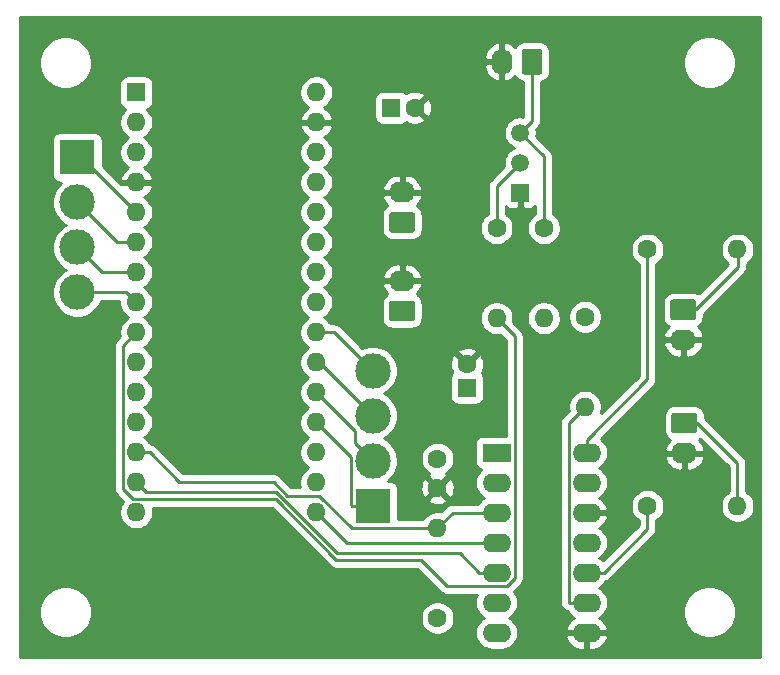
<source format=gbr>
G04 #@! TF.GenerationSoftware,KiCad,Pcbnew,5.1.5-52549c5~84~ubuntu18.04.1*
G04 #@! TF.CreationDate,2020-05-03T21:02:41-04:00*
G04 #@! TF.ProjectId,dac_ino,6461635f-696e-46f2-9e6b-696361645f70,rev?*
G04 #@! TF.SameCoordinates,Original*
G04 #@! TF.FileFunction,Copper,L1,Top*
G04 #@! TF.FilePolarity,Positive*
%FSLAX46Y46*%
G04 Gerber Fmt 4.6, Leading zero omitted, Abs format (unit mm)*
G04 Created by KiCad (PCBNEW 5.1.5-52549c5~84~ubuntu18.04.1) date 2020-05-03 21:02:41*
%MOMM*%
%LPD*%
G04 APERTURE LIST*
%ADD10O,1.600000X1.600000*%
%ADD11C,1.600000*%
%ADD12O,2.200000X1.740000*%
%ADD13C,0.100000*%
%ADD14R,1.600000X1.600000*%
%ADD15C,2.999740*%
%ADD16R,2.999740X2.999740*%
%ADD17O,2.400000X1.600000*%
%ADD18R,2.400000X1.600000*%
%ADD19R,1.500000X1.500000*%
%ADD20C,1.500000*%
%ADD21O,1.740000X2.200000*%
%ADD22C,0.250000*%
%ADD23C,0.254000*%
G04 APERTURE END LIST*
D10*
X186400000Y-135000000D03*
D11*
X178780000Y-135000000D03*
D10*
X186400000Y-113300000D03*
D11*
X178780000Y-113300000D03*
D12*
X181900000Y-130540000D03*
G04 #@! TA.AperFunction,ComponentPad*
D13*
G36*
X182774505Y-127131204D02*
G01*
X182798773Y-127134804D01*
X182822572Y-127140765D01*
X182845671Y-127149030D01*
X182867850Y-127159520D01*
X182888893Y-127172132D01*
X182908599Y-127186747D01*
X182926777Y-127203223D01*
X182943253Y-127221401D01*
X182957868Y-127241107D01*
X182970480Y-127262150D01*
X182980970Y-127284329D01*
X182989235Y-127307428D01*
X182995196Y-127331227D01*
X182998796Y-127355495D01*
X183000000Y-127379999D01*
X183000000Y-128620001D01*
X182998796Y-128644505D01*
X182995196Y-128668773D01*
X182989235Y-128692572D01*
X182980970Y-128715671D01*
X182970480Y-128737850D01*
X182957868Y-128758893D01*
X182943253Y-128778599D01*
X182926777Y-128796777D01*
X182908599Y-128813253D01*
X182888893Y-128827868D01*
X182867850Y-128840480D01*
X182845671Y-128850970D01*
X182822572Y-128859235D01*
X182798773Y-128865196D01*
X182774505Y-128868796D01*
X182750001Y-128870000D01*
X181049999Y-128870000D01*
X181025495Y-128868796D01*
X181001227Y-128865196D01*
X180977428Y-128859235D01*
X180954329Y-128850970D01*
X180932150Y-128840480D01*
X180911107Y-128827868D01*
X180891401Y-128813253D01*
X180873223Y-128796777D01*
X180856747Y-128778599D01*
X180842132Y-128758893D01*
X180829520Y-128737850D01*
X180819030Y-128715671D01*
X180810765Y-128692572D01*
X180804804Y-128668773D01*
X180801204Y-128644505D01*
X180800000Y-128620001D01*
X180800000Y-127379999D01*
X180801204Y-127355495D01*
X180804804Y-127331227D01*
X180810765Y-127307428D01*
X180819030Y-127284329D01*
X180829520Y-127262150D01*
X180842132Y-127241107D01*
X180856747Y-127221401D01*
X180873223Y-127203223D01*
X180891401Y-127186747D01*
X180911107Y-127172132D01*
X180932150Y-127159520D01*
X180954329Y-127149030D01*
X180977428Y-127140765D01*
X181001227Y-127134804D01*
X181025495Y-127131204D01*
X181049999Y-127130000D01*
X182750001Y-127130000D01*
X182774505Y-127131204D01*
G37*
G04 #@! TD.AperFunction*
D12*
X181800000Y-120940000D03*
G04 #@! TA.AperFunction,ComponentPad*
D13*
G36*
X182674505Y-117531204D02*
G01*
X182698773Y-117534804D01*
X182722572Y-117540765D01*
X182745671Y-117549030D01*
X182767850Y-117559520D01*
X182788893Y-117572132D01*
X182808599Y-117586747D01*
X182826777Y-117603223D01*
X182843253Y-117621401D01*
X182857868Y-117641107D01*
X182870480Y-117662150D01*
X182880970Y-117684329D01*
X182889235Y-117707428D01*
X182895196Y-117731227D01*
X182898796Y-117755495D01*
X182900000Y-117779999D01*
X182900000Y-119020001D01*
X182898796Y-119044505D01*
X182895196Y-119068773D01*
X182889235Y-119092572D01*
X182880970Y-119115671D01*
X182870480Y-119137850D01*
X182857868Y-119158893D01*
X182843253Y-119178599D01*
X182826777Y-119196777D01*
X182808599Y-119213253D01*
X182788893Y-119227868D01*
X182767850Y-119240480D01*
X182745671Y-119250970D01*
X182722572Y-119259235D01*
X182698773Y-119265196D01*
X182674505Y-119268796D01*
X182650001Y-119270000D01*
X180949999Y-119270000D01*
X180925495Y-119268796D01*
X180901227Y-119265196D01*
X180877428Y-119259235D01*
X180854329Y-119250970D01*
X180832150Y-119240480D01*
X180811107Y-119227868D01*
X180791401Y-119213253D01*
X180773223Y-119196777D01*
X180756747Y-119178599D01*
X180742132Y-119158893D01*
X180729520Y-119137850D01*
X180719030Y-119115671D01*
X180710765Y-119092572D01*
X180704804Y-119068773D01*
X180701204Y-119044505D01*
X180700000Y-119020001D01*
X180700000Y-117779999D01*
X180701204Y-117755495D01*
X180704804Y-117731227D01*
X180710765Y-117707428D01*
X180719030Y-117684329D01*
X180729520Y-117662150D01*
X180742132Y-117641107D01*
X180756747Y-117621401D01*
X180773223Y-117603223D01*
X180791401Y-117586747D01*
X180811107Y-117572132D01*
X180832150Y-117559520D01*
X180854329Y-117549030D01*
X180877428Y-117540765D01*
X180901227Y-117534804D01*
X180925495Y-117531204D01*
X180949999Y-117530000D01*
X182650001Y-117530000D01*
X182674505Y-117531204D01*
G37*
G04 #@! TD.AperFunction*
D10*
X150740000Y-135560000D03*
X135500000Y-135560000D03*
X150740000Y-100000000D03*
X135500000Y-133020000D03*
X150740000Y-102540000D03*
X135500000Y-130480000D03*
X150740000Y-105080000D03*
X135500000Y-127940000D03*
X150740000Y-107620000D03*
X135500000Y-125400000D03*
X150740000Y-110160000D03*
X135500000Y-122860000D03*
X150740000Y-112700000D03*
X135500000Y-120320000D03*
X150740000Y-115240000D03*
X135500000Y-117780000D03*
X150740000Y-117780000D03*
X135500000Y-115240000D03*
X150740000Y-120320000D03*
X135500000Y-112700000D03*
X150740000Y-122860000D03*
X135500000Y-110160000D03*
X150740000Y-125400000D03*
X135500000Y-107620000D03*
X150740000Y-127940000D03*
X135500000Y-105080000D03*
X150740000Y-130480000D03*
X135500000Y-102540000D03*
X150740000Y-133020000D03*
D14*
X135500000Y-100000000D03*
D10*
X161000000Y-136880000D03*
D11*
X161000000Y-144500000D03*
X163500000Y-123000000D03*
D14*
X163500000Y-125000000D03*
D15*
X130500000Y-116930000D03*
X130500000Y-113120000D03*
X130500000Y-109310000D03*
D16*
X130500000Y-105500000D03*
D15*
X155500000Y-123570000D03*
X155500000Y-127380000D03*
X155500000Y-131190000D03*
D16*
X155500000Y-135000000D03*
D12*
X158000000Y-108460000D03*
G04 #@! TA.AperFunction,ComponentPad*
D13*
G36*
X158874505Y-110131204D02*
G01*
X158898773Y-110134804D01*
X158922572Y-110140765D01*
X158945671Y-110149030D01*
X158967850Y-110159520D01*
X158988893Y-110172132D01*
X159008599Y-110186747D01*
X159026777Y-110203223D01*
X159043253Y-110221401D01*
X159057868Y-110241107D01*
X159070480Y-110262150D01*
X159080970Y-110284329D01*
X159089235Y-110307428D01*
X159095196Y-110331227D01*
X159098796Y-110355495D01*
X159100000Y-110379999D01*
X159100000Y-111620001D01*
X159098796Y-111644505D01*
X159095196Y-111668773D01*
X159089235Y-111692572D01*
X159080970Y-111715671D01*
X159070480Y-111737850D01*
X159057868Y-111758893D01*
X159043253Y-111778599D01*
X159026777Y-111796777D01*
X159008599Y-111813253D01*
X158988893Y-111827868D01*
X158967850Y-111840480D01*
X158945671Y-111850970D01*
X158922572Y-111859235D01*
X158898773Y-111865196D01*
X158874505Y-111868796D01*
X158850001Y-111870000D01*
X157149999Y-111870000D01*
X157125495Y-111868796D01*
X157101227Y-111865196D01*
X157077428Y-111859235D01*
X157054329Y-111850970D01*
X157032150Y-111840480D01*
X157011107Y-111827868D01*
X156991401Y-111813253D01*
X156973223Y-111796777D01*
X156956747Y-111778599D01*
X156942132Y-111758893D01*
X156929520Y-111737850D01*
X156919030Y-111715671D01*
X156910765Y-111692572D01*
X156904804Y-111668773D01*
X156901204Y-111644505D01*
X156900000Y-111620001D01*
X156900000Y-110379999D01*
X156901204Y-110355495D01*
X156904804Y-110331227D01*
X156910765Y-110307428D01*
X156919030Y-110284329D01*
X156929520Y-110262150D01*
X156942132Y-110241107D01*
X156956747Y-110221401D01*
X156973223Y-110203223D01*
X156991401Y-110186747D01*
X157011107Y-110172132D01*
X157032150Y-110159520D01*
X157054329Y-110149030D01*
X157077428Y-110140765D01*
X157101227Y-110134804D01*
X157125495Y-110131204D01*
X157149999Y-110130000D01*
X158850001Y-110130000D01*
X158874505Y-110131204D01*
G37*
G04 #@! TD.AperFunction*
D10*
X173500000Y-126620000D03*
D11*
X173500000Y-119000000D03*
D17*
X173620000Y-130500000D03*
X166000000Y-145740000D03*
X173620000Y-133040000D03*
X166000000Y-143200000D03*
X173620000Y-135580000D03*
X166000000Y-140660000D03*
X173620000Y-138120000D03*
X166000000Y-138120000D03*
X173620000Y-140660000D03*
X166000000Y-135580000D03*
X173620000Y-143200000D03*
X166000000Y-133040000D03*
X173620000Y-145740000D03*
D18*
X166000000Y-130500000D03*
D10*
X170000000Y-119120000D03*
D11*
X170000000Y-111500000D03*
D10*
X166000000Y-119120000D03*
D11*
X166000000Y-111500000D03*
D19*
X168000000Y-108500000D03*
D20*
X168000000Y-103420000D03*
X168000000Y-105960000D03*
D12*
X158000000Y-115960000D03*
G04 #@! TA.AperFunction,ComponentPad*
D13*
G36*
X158874505Y-117631204D02*
G01*
X158898773Y-117634804D01*
X158922572Y-117640765D01*
X158945671Y-117649030D01*
X158967850Y-117659520D01*
X158988893Y-117672132D01*
X159008599Y-117686747D01*
X159026777Y-117703223D01*
X159043253Y-117721401D01*
X159057868Y-117741107D01*
X159070480Y-117762150D01*
X159080970Y-117784329D01*
X159089235Y-117807428D01*
X159095196Y-117831227D01*
X159098796Y-117855495D01*
X159100000Y-117879999D01*
X159100000Y-119120001D01*
X159098796Y-119144505D01*
X159095196Y-119168773D01*
X159089235Y-119192572D01*
X159080970Y-119215671D01*
X159070480Y-119237850D01*
X159057868Y-119258893D01*
X159043253Y-119278599D01*
X159026777Y-119296777D01*
X159008599Y-119313253D01*
X158988893Y-119327868D01*
X158967850Y-119340480D01*
X158945671Y-119350970D01*
X158922572Y-119359235D01*
X158898773Y-119365196D01*
X158874505Y-119368796D01*
X158850001Y-119370000D01*
X157149999Y-119370000D01*
X157125495Y-119368796D01*
X157101227Y-119365196D01*
X157077428Y-119359235D01*
X157054329Y-119350970D01*
X157032150Y-119340480D01*
X157011107Y-119327868D01*
X156991401Y-119313253D01*
X156973223Y-119296777D01*
X156956747Y-119278599D01*
X156942132Y-119258893D01*
X156929520Y-119237850D01*
X156919030Y-119215671D01*
X156910765Y-119192572D01*
X156904804Y-119168773D01*
X156901204Y-119144505D01*
X156900000Y-119120001D01*
X156900000Y-117879999D01*
X156901204Y-117855495D01*
X156904804Y-117831227D01*
X156910765Y-117807428D01*
X156919030Y-117784329D01*
X156929520Y-117762150D01*
X156942132Y-117741107D01*
X156956747Y-117721401D01*
X156973223Y-117703223D01*
X156991401Y-117686747D01*
X157011107Y-117672132D01*
X157032150Y-117659520D01*
X157054329Y-117649030D01*
X157077428Y-117640765D01*
X157101227Y-117634804D01*
X157125495Y-117631204D01*
X157149999Y-117630000D01*
X158850001Y-117630000D01*
X158874505Y-117631204D01*
G37*
G04 #@! TD.AperFunction*
D21*
X166460000Y-97400000D03*
G04 #@! TA.AperFunction,ComponentPad*
D13*
G36*
X169644505Y-96301204D02*
G01*
X169668773Y-96304804D01*
X169692572Y-96310765D01*
X169715671Y-96319030D01*
X169737850Y-96329520D01*
X169758893Y-96342132D01*
X169778599Y-96356747D01*
X169796777Y-96373223D01*
X169813253Y-96391401D01*
X169827868Y-96411107D01*
X169840480Y-96432150D01*
X169850970Y-96454329D01*
X169859235Y-96477428D01*
X169865196Y-96501227D01*
X169868796Y-96525495D01*
X169870000Y-96549999D01*
X169870000Y-98250001D01*
X169868796Y-98274505D01*
X169865196Y-98298773D01*
X169859235Y-98322572D01*
X169850970Y-98345671D01*
X169840480Y-98367850D01*
X169827868Y-98388893D01*
X169813253Y-98408599D01*
X169796777Y-98426777D01*
X169778599Y-98443253D01*
X169758893Y-98457868D01*
X169737850Y-98470480D01*
X169715671Y-98480970D01*
X169692572Y-98489235D01*
X169668773Y-98495196D01*
X169644505Y-98498796D01*
X169620001Y-98500000D01*
X168379999Y-98500000D01*
X168355495Y-98498796D01*
X168331227Y-98495196D01*
X168307428Y-98489235D01*
X168284329Y-98480970D01*
X168262150Y-98470480D01*
X168241107Y-98457868D01*
X168221401Y-98443253D01*
X168203223Y-98426777D01*
X168186747Y-98408599D01*
X168172132Y-98388893D01*
X168159520Y-98367850D01*
X168149030Y-98345671D01*
X168140765Y-98322572D01*
X168134804Y-98298773D01*
X168131204Y-98274505D01*
X168130000Y-98250001D01*
X168130000Y-96549999D01*
X168131204Y-96525495D01*
X168134804Y-96501227D01*
X168140765Y-96477428D01*
X168149030Y-96454329D01*
X168159520Y-96432150D01*
X168172132Y-96411107D01*
X168186747Y-96391401D01*
X168203223Y-96373223D01*
X168221401Y-96356747D01*
X168241107Y-96342132D01*
X168262150Y-96329520D01*
X168284329Y-96319030D01*
X168307428Y-96310765D01*
X168331227Y-96304804D01*
X168355495Y-96301204D01*
X168379999Y-96300000D01*
X169620001Y-96300000D01*
X169644505Y-96301204D01*
G37*
G04 #@! TD.AperFunction*
D11*
X159100000Y-101300000D03*
D14*
X157100000Y-101300000D03*
D11*
X161000000Y-133500000D03*
X161000000Y-131000000D03*
D22*
X153300000Y-138120000D02*
X166000000Y-138120000D01*
X150740000Y-135560000D02*
X153300000Y-138120000D01*
X152500000Y-139000000D02*
X162890000Y-139000000D01*
X135500000Y-133020000D02*
X136299999Y-133819999D01*
X164550000Y-140660000D02*
X166000000Y-140660000D01*
X147319999Y-133819999D02*
X152500000Y-139000000D01*
X136299999Y-133819999D02*
X147319999Y-133819999D01*
X162890000Y-139000000D02*
X164550000Y-140660000D01*
X162300000Y-135580000D02*
X161000000Y-136880000D01*
X166000000Y-135580000D02*
X162300000Y-135580000D01*
X147136410Y-133000000D02*
X139151370Y-133000000D01*
X148281411Y-134145001D02*
X147136410Y-133000000D01*
X136631370Y-130480000D02*
X135500000Y-130480000D01*
X150990003Y-134145001D02*
X148281411Y-134145001D01*
X153725002Y-136880000D02*
X150990003Y-134145001D01*
X161000000Y-136880000D02*
X153725002Y-136880000D01*
X139151370Y-133000000D02*
X136631370Y-130480000D01*
X134374999Y-121445001D02*
X135500000Y-120320000D01*
X147298589Y-134434999D02*
X135249997Y-134434999D01*
X152431795Y-139568205D02*
X147298589Y-134434999D01*
X166000000Y-119120000D02*
X167525010Y-120645010D01*
X167525010Y-120645010D02*
X167525010Y-141125994D01*
X161785010Y-141785010D02*
X159568205Y-139568205D01*
X134374999Y-133560001D02*
X134374999Y-121445001D01*
X167525010Y-141125994D02*
X166865994Y-141785010D01*
X166865994Y-141785010D02*
X161785010Y-141785010D01*
X135249997Y-134434999D02*
X134374999Y-133560001D01*
X159568205Y-139568205D02*
X152431795Y-139568205D01*
X134650000Y-116930000D02*
X135500000Y-117780000D01*
X130500000Y-116930000D02*
X134650000Y-116930000D01*
X132620000Y-115240000D02*
X135500000Y-115240000D01*
X130500000Y-113120000D02*
X132620000Y-115240000D01*
X152250000Y-120320000D02*
X150740000Y-120320000D01*
X155500000Y-123570000D02*
X152250000Y-120320000D01*
X133890000Y-112700000D02*
X135500000Y-112700000D01*
X130500000Y-109310000D02*
X133890000Y-112700000D01*
X150980000Y-122860000D02*
X150740000Y-122860000D01*
X155500000Y-127380000D02*
X150980000Y-122860000D01*
X154000131Y-128660131D02*
X150740000Y-125400000D01*
X154000131Y-129690131D02*
X154000131Y-128660131D01*
X155500000Y-131190000D02*
X154000131Y-129690131D01*
X153675129Y-134924999D02*
X153675129Y-130875129D01*
X153675129Y-130875129D02*
X150740000Y-127940000D01*
X153750130Y-135000000D02*
X153675129Y-134924999D01*
X155500000Y-135000000D02*
X153750130Y-135000000D01*
X130840000Y-105500000D02*
X135500000Y-110160000D01*
X130500000Y-105500000D02*
X130840000Y-105500000D01*
X169000000Y-102420000D02*
X168000000Y-103420000D01*
X169000000Y-97400000D02*
X169000000Y-102420000D01*
X170000000Y-105420000D02*
X170000000Y-111500000D01*
X168000000Y-103420000D02*
X170000000Y-105420000D01*
X186420000Y-114780000D02*
X186420000Y-113300000D01*
X182900000Y-118300000D02*
X186420000Y-114780000D01*
X181800000Y-118300000D02*
X182900000Y-118300000D01*
X186400000Y-133868630D02*
X186400000Y-135000000D01*
X186400000Y-131400000D02*
X186400000Y-133868630D01*
X183000000Y-128000000D02*
X186400000Y-131400000D01*
X181900000Y-128000000D02*
X183000000Y-128000000D01*
X166000000Y-107960000D02*
X166000000Y-111500000D01*
X168000000Y-105960000D02*
X166000000Y-107960000D01*
X172170000Y-143200000D02*
X173620000Y-143200000D01*
X172094990Y-128025010D02*
X172094990Y-143124990D01*
X172094990Y-143124990D02*
X172170000Y-143200000D01*
X173500000Y-126620000D02*
X172094990Y-128025010D01*
X178780000Y-114431370D02*
X178780000Y-113300000D01*
X178780000Y-124290000D02*
X178780000Y-114431370D01*
X173620000Y-129450000D02*
X178780000Y-124290000D01*
X173620000Y-130500000D02*
X173620000Y-129450000D01*
X178780000Y-136950000D02*
X178780000Y-136131370D01*
X178780000Y-136131370D02*
X178780000Y-135000000D01*
X175070000Y-140660000D02*
X178780000Y-136950000D01*
X173620000Y-140660000D02*
X175070000Y-140660000D01*
D23*
G36*
X188340001Y-147840000D02*
G01*
X125660000Y-147840000D01*
X125660000Y-143779872D01*
X127265000Y-143779872D01*
X127265000Y-144220128D01*
X127350890Y-144651925D01*
X127519369Y-145058669D01*
X127763962Y-145424729D01*
X128075271Y-145736038D01*
X128441331Y-145980631D01*
X128848075Y-146149110D01*
X129279872Y-146235000D01*
X129720128Y-146235000D01*
X130151925Y-146149110D01*
X130558669Y-145980631D01*
X130924729Y-145736038D01*
X131236038Y-145424729D01*
X131480631Y-145058669D01*
X131649110Y-144651925D01*
X131707443Y-144358665D01*
X159565000Y-144358665D01*
X159565000Y-144641335D01*
X159620147Y-144918574D01*
X159728320Y-145179727D01*
X159885363Y-145414759D01*
X160085241Y-145614637D01*
X160320273Y-145771680D01*
X160581426Y-145879853D01*
X160858665Y-145935000D01*
X161141335Y-145935000D01*
X161418574Y-145879853D01*
X161679727Y-145771680D01*
X161914759Y-145614637D01*
X162114637Y-145414759D01*
X162271680Y-145179727D01*
X162379853Y-144918574D01*
X162435000Y-144641335D01*
X162435000Y-144358665D01*
X162379853Y-144081426D01*
X162271680Y-143820273D01*
X162114637Y-143585241D01*
X161914759Y-143385363D01*
X161679727Y-143228320D01*
X161418574Y-143120147D01*
X161141335Y-143065000D01*
X160858665Y-143065000D01*
X160581426Y-143120147D01*
X160320273Y-143228320D01*
X160085241Y-143385363D01*
X159885363Y-143585241D01*
X159728320Y-143820273D01*
X159620147Y-144081426D01*
X159565000Y-144358665D01*
X131707443Y-144358665D01*
X131735000Y-144220128D01*
X131735000Y-143779872D01*
X131649110Y-143348075D01*
X131480631Y-142941331D01*
X131236038Y-142575271D01*
X130924729Y-142263962D01*
X130558669Y-142019369D01*
X130151925Y-141850890D01*
X129720128Y-141765000D01*
X129279872Y-141765000D01*
X128848075Y-141850890D01*
X128441331Y-142019369D01*
X128075271Y-142263962D01*
X127763962Y-142575271D01*
X127519369Y-142941331D01*
X127350890Y-143348075D01*
X127265000Y-143779872D01*
X125660000Y-143779872D01*
X125660000Y-104000130D01*
X128362058Y-104000130D01*
X128362058Y-106999870D01*
X128374318Y-107124352D01*
X128410628Y-107244050D01*
X128469593Y-107354364D01*
X128548945Y-107451055D01*
X128645636Y-107530407D01*
X128755950Y-107589372D01*
X128875648Y-107625682D01*
X129000130Y-107637942D01*
X129159747Y-107637942D01*
X129139100Y-107651738D01*
X128841738Y-107949100D01*
X128608103Y-108298760D01*
X128447172Y-108687281D01*
X128365130Y-109099734D01*
X128365130Y-109520266D01*
X128447172Y-109932719D01*
X128608103Y-110321240D01*
X128841738Y-110670900D01*
X129139100Y-110968262D01*
X129488760Y-111201897D01*
X129520393Y-111215000D01*
X129488760Y-111228103D01*
X129139100Y-111461738D01*
X128841738Y-111759100D01*
X128608103Y-112108760D01*
X128447172Y-112497281D01*
X128365130Y-112909734D01*
X128365130Y-113330266D01*
X128447172Y-113742719D01*
X128608103Y-114131240D01*
X128841738Y-114480900D01*
X129139100Y-114778262D01*
X129488760Y-115011897D01*
X129520393Y-115025000D01*
X129488760Y-115038103D01*
X129139100Y-115271738D01*
X128841738Y-115569100D01*
X128608103Y-115918760D01*
X128447172Y-116307281D01*
X128365130Y-116719734D01*
X128365130Y-117140266D01*
X128447172Y-117552719D01*
X128608103Y-117941240D01*
X128841738Y-118290900D01*
X129139100Y-118588262D01*
X129488760Y-118821897D01*
X129877281Y-118982828D01*
X130289734Y-119064870D01*
X130710266Y-119064870D01*
X131122719Y-118982828D01*
X131511240Y-118821897D01*
X131860900Y-118588262D01*
X132158262Y-118290900D01*
X132391897Y-117941240D01*
X132495964Y-117690000D01*
X134065000Y-117690000D01*
X134065000Y-117921335D01*
X134120147Y-118198574D01*
X134228320Y-118459727D01*
X134385363Y-118694759D01*
X134585241Y-118894637D01*
X134817759Y-119050000D01*
X134585241Y-119205363D01*
X134385363Y-119405241D01*
X134228320Y-119640273D01*
X134120147Y-119901426D01*
X134065000Y-120178665D01*
X134065000Y-120461335D01*
X134101312Y-120643887D01*
X133863997Y-120881202D01*
X133834999Y-120905000D01*
X133811201Y-120933998D01*
X133811200Y-120933999D01*
X133740025Y-121020725D01*
X133669453Y-121152755D01*
X133659669Y-121185011D01*
X133625997Y-121296015D01*
X133620625Y-121350556D01*
X133611323Y-121445001D01*
X133615000Y-121482333D01*
X133614999Y-133522679D01*
X133611323Y-133560001D01*
X133614999Y-133597323D01*
X133614999Y-133597333D01*
X133625996Y-133708986D01*
X133641471Y-133760000D01*
X133669453Y-133852247D01*
X133740025Y-133984277D01*
X133761728Y-134010722D01*
X133834998Y-134100002D01*
X133864001Y-134123804D01*
X134385400Y-134645204D01*
X134385363Y-134645241D01*
X134228320Y-134880273D01*
X134120147Y-135141426D01*
X134065000Y-135418665D01*
X134065000Y-135701335D01*
X134120147Y-135978574D01*
X134228320Y-136239727D01*
X134385363Y-136474759D01*
X134585241Y-136674637D01*
X134820273Y-136831680D01*
X135081426Y-136939853D01*
X135358665Y-136995000D01*
X135641335Y-136995000D01*
X135918574Y-136939853D01*
X136179727Y-136831680D01*
X136414759Y-136674637D01*
X136614637Y-136474759D01*
X136771680Y-136239727D01*
X136879853Y-135978574D01*
X136935000Y-135701335D01*
X136935000Y-135418665D01*
X136890509Y-135194999D01*
X146983788Y-135194999D01*
X151867995Y-140079207D01*
X151891794Y-140108206D01*
X151920792Y-140132004D01*
X152007519Y-140203179D01*
X152139548Y-140273751D01*
X152282809Y-140317208D01*
X152431795Y-140331882D01*
X152469128Y-140328205D01*
X159253404Y-140328205D01*
X161221211Y-142296013D01*
X161245009Y-142325011D01*
X161360734Y-142419984D01*
X161492763Y-142490556D01*
X161636024Y-142534013D01*
X161747677Y-142545010D01*
X161747685Y-142545010D01*
X161785010Y-142548686D01*
X161822335Y-142545010D01*
X164322970Y-142545010D01*
X164267818Y-142648192D01*
X164185764Y-142918691D01*
X164158057Y-143200000D01*
X164185764Y-143481309D01*
X164267818Y-143751808D01*
X164401068Y-144001101D01*
X164580392Y-144219608D01*
X164798899Y-144398932D01*
X164931858Y-144470000D01*
X164798899Y-144541068D01*
X164580392Y-144720392D01*
X164401068Y-144938899D01*
X164267818Y-145188192D01*
X164185764Y-145458691D01*
X164158057Y-145740000D01*
X164185764Y-146021309D01*
X164267818Y-146291808D01*
X164401068Y-146541101D01*
X164580392Y-146759608D01*
X164798899Y-146938932D01*
X165048192Y-147072182D01*
X165318691Y-147154236D01*
X165529508Y-147175000D01*
X166470492Y-147175000D01*
X166681309Y-147154236D01*
X166951808Y-147072182D01*
X167201101Y-146938932D01*
X167419608Y-146759608D01*
X167598932Y-146541101D01*
X167732182Y-146291808D01*
X167793690Y-146089039D01*
X171828096Y-146089039D01*
X171845633Y-146171818D01*
X171956285Y-146431646D01*
X172115500Y-146664895D01*
X172317161Y-146862601D01*
X172553517Y-147017166D01*
X172815486Y-147122650D01*
X173093000Y-147175000D01*
X173493000Y-147175000D01*
X173493000Y-145867000D01*
X173747000Y-145867000D01*
X173747000Y-147175000D01*
X174147000Y-147175000D01*
X174424514Y-147122650D01*
X174686483Y-147017166D01*
X174922839Y-146862601D01*
X175124500Y-146664895D01*
X175283715Y-146431646D01*
X175394367Y-146171818D01*
X175411904Y-146089039D01*
X175289915Y-145867000D01*
X173747000Y-145867000D01*
X173493000Y-145867000D01*
X171950085Y-145867000D01*
X171828096Y-146089039D01*
X167793690Y-146089039D01*
X167814236Y-146021309D01*
X167841943Y-145740000D01*
X167814236Y-145458691D01*
X167732182Y-145188192D01*
X167598932Y-144938899D01*
X167419608Y-144720392D01*
X167201101Y-144541068D01*
X167068142Y-144470000D01*
X167201101Y-144398932D01*
X167419608Y-144219608D01*
X167598932Y-144001101D01*
X167732182Y-143751808D01*
X167814236Y-143481309D01*
X167841943Y-143200000D01*
X167814236Y-142918691D01*
X167732182Y-142648192D01*
X167598932Y-142398899D01*
X167476315Y-142249490D01*
X168036012Y-141689794D01*
X168065011Y-141665995D01*
X168159984Y-141550270D01*
X168230556Y-141418241D01*
X168274013Y-141274980D01*
X168285010Y-141163327D01*
X168285010Y-141163318D01*
X168288686Y-141125995D01*
X168285010Y-141088672D01*
X168285010Y-128025010D01*
X171331314Y-128025010D01*
X171334990Y-128062332D01*
X171334991Y-143087657D01*
X171331314Y-143124990D01*
X171345988Y-143273975D01*
X171389444Y-143417236D01*
X171460016Y-143549266D01*
X171521575Y-143624275D01*
X171554990Y-143664991D01*
X171583988Y-143688789D01*
X171606196Y-143710997D01*
X171629999Y-143740001D01*
X171745724Y-143834974D01*
X171877753Y-143905546D01*
X171987843Y-143938941D01*
X172021068Y-144001101D01*
X172200392Y-144219608D01*
X172418899Y-144398932D01*
X172546741Y-144467265D01*
X172317161Y-144617399D01*
X172115500Y-144815105D01*
X171956285Y-145048354D01*
X171845633Y-145308182D01*
X171828096Y-145390961D01*
X171950085Y-145613000D01*
X173493000Y-145613000D01*
X173493000Y-145593000D01*
X173747000Y-145593000D01*
X173747000Y-145613000D01*
X175289915Y-145613000D01*
X175411904Y-145390961D01*
X175394367Y-145308182D01*
X175283715Y-145048354D01*
X175124500Y-144815105D01*
X174922839Y-144617399D01*
X174693259Y-144467265D01*
X174821101Y-144398932D01*
X175039608Y-144219608D01*
X175218932Y-144001101D01*
X175337181Y-143779872D01*
X181765000Y-143779872D01*
X181765000Y-144220128D01*
X181850890Y-144651925D01*
X182019369Y-145058669D01*
X182263962Y-145424729D01*
X182575271Y-145736038D01*
X182941331Y-145980631D01*
X183348075Y-146149110D01*
X183779872Y-146235000D01*
X184220128Y-146235000D01*
X184651925Y-146149110D01*
X185058669Y-145980631D01*
X185424729Y-145736038D01*
X185736038Y-145424729D01*
X185980631Y-145058669D01*
X186149110Y-144651925D01*
X186235000Y-144220128D01*
X186235000Y-143779872D01*
X186149110Y-143348075D01*
X185980631Y-142941331D01*
X185736038Y-142575271D01*
X185424729Y-142263962D01*
X185058669Y-142019369D01*
X184651925Y-141850890D01*
X184220128Y-141765000D01*
X183779872Y-141765000D01*
X183348075Y-141850890D01*
X182941331Y-142019369D01*
X182575271Y-142263962D01*
X182263962Y-142575271D01*
X182019369Y-142941331D01*
X181850890Y-143348075D01*
X181765000Y-143779872D01*
X175337181Y-143779872D01*
X175352182Y-143751808D01*
X175434236Y-143481309D01*
X175461943Y-143200000D01*
X175434236Y-142918691D01*
X175352182Y-142648192D01*
X175218932Y-142398899D01*
X175039608Y-142180392D01*
X174821101Y-142001068D01*
X174688142Y-141930000D01*
X174821101Y-141858932D01*
X175039608Y-141679608D01*
X175218932Y-141461101D01*
X175252157Y-141398941D01*
X175362247Y-141365546D01*
X175494276Y-141294974D01*
X175610001Y-141200001D01*
X175633804Y-141170997D01*
X179291004Y-137513798D01*
X179320001Y-137490001D01*
X179414974Y-137374276D01*
X179485546Y-137242247D01*
X179529003Y-137098986D01*
X179540000Y-136987333D01*
X179540000Y-136987324D01*
X179543676Y-136950001D01*
X179540000Y-136912678D01*
X179540000Y-136218043D01*
X179694759Y-136114637D01*
X179894637Y-135914759D01*
X180051680Y-135679727D01*
X180159853Y-135418574D01*
X180215000Y-135141335D01*
X180215000Y-134858665D01*
X180159853Y-134581426D01*
X180051680Y-134320273D01*
X179894637Y-134085241D01*
X179694759Y-133885363D01*
X179459727Y-133728320D01*
X179198574Y-133620147D01*
X178921335Y-133565000D01*
X178638665Y-133565000D01*
X178361426Y-133620147D01*
X178100273Y-133728320D01*
X177865241Y-133885363D01*
X177665363Y-134085241D01*
X177508320Y-134320273D01*
X177400147Y-134581426D01*
X177345000Y-134858665D01*
X177345000Y-135141335D01*
X177400147Y-135418574D01*
X177508320Y-135679727D01*
X177665363Y-135914759D01*
X177865241Y-136114637D01*
X178020000Y-136218043D01*
X178020000Y-136635198D01*
X175025986Y-139629213D01*
X174821101Y-139461068D01*
X174688142Y-139390000D01*
X174821101Y-139318932D01*
X175039608Y-139139608D01*
X175218932Y-138921101D01*
X175352182Y-138671808D01*
X175434236Y-138401309D01*
X175461943Y-138120000D01*
X175434236Y-137838691D01*
X175352182Y-137568192D01*
X175218932Y-137318899D01*
X175039608Y-137100392D01*
X174821101Y-136921068D01*
X174693259Y-136852735D01*
X174922839Y-136702601D01*
X175124500Y-136504895D01*
X175283715Y-136271646D01*
X175394367Y-136011818D01*
X175411904Y-135929039D01*
X175289915Y-135707000D01*
X173747000Y-135707000D01*
X173747000Y-135727000D01*
X173493000Y-135727000D01*
X173493000Y-135707000D01*
X173473000Y-135707000D01*
X173473000Y-135453000D01*
X173493000Y-135453000D01*
X173493000Y-135433000D01*
X173747000Y-135433000D01*
X173747000Y-135453000D01*
X175289915Y-135453000D01*
X175411904Y-135230961D01*
X175394367Y-135148182D01*
X175283715Y-134888354D01*
X175124500Y-134655105D01*
X174922839Y-134457399D01*
X174693259Y-134307265D01*
X174821101Y-134238932D01*
X175039608Y-134059608D01*
X175218932Y-133841101D01*
X175352182Y-133591808D01*
X175434236Y-133321309D01*
X175461943Y-133040000D01*
X175434236Y-132758691D01*
X175352182Y-132488192D01*
X175218932Y-132238899D01*
X175039608Y-132020392D01*
X174821101Y-131841068D01*
X174688142Y-131770000D01*
X174821101Y-131698932D01*
X175039608Y-131519608D01*
X175218932Y-131301101D01*
X175352182Y-131051808D01*
X175398222Y-130900031D01*
X180208698Y-130900031D01*
X180226412Y-130992502D01*
X180342429Y-131265437D01*
X180509464Y-131510494D01*
X180721097Y-131718256D01*
X180969196Y-131880738D01*
X181244227Y-131991696D01*
X181535620Y-132046866D01*
X181773000Y-131890586D01*
X181773000Y-130667000D01*
X182027000Y-130667000D01*
X182027000Y-131890586D01*
X182264380Y-132046866D01*
X182555773Y-131991696D01*
X182830804Y-131880738D01*
X183078903Y-131718256D01*
X183290536Y-131510494D01*
X183457571Y-131265437D01*
X183573588Y-130992502D01*
X183591302Y-130900031D01*
X183470246Y-130667000D01*
X182027000Y-130667000D01*
X181773000Y-130667000D01*
X180329754Y-130667000D01*
X180208698Y-130900031D01*
X175398222Y-130900031D01*
X175434236Y-130781309D01*
X175461943Y-130500000D01*
X175434236Y-130218691D01*
X175352182Y-129948192D01*
X175218932Y-129698899D01*
X175039608Y-129480392D01*
X174833532Y-129311270D01*
X176764803Y-127379999D01*
X180161928Y-127379999D01*
X180161928Y-128620001D01*
X180178992Y-128793255D01*
X180229528Y-128959851D01*
X180311595Y-129113387D01*
X180422038Y-129247962D01*
X180556613Y-129358405D01*
X180665314Y-129416507D01*
X180509464Y-129569506D01*
X180342429Y-129814563D01*
X180226412Y-130087498D01*
X180208698Y-130179969D01*
X180329754Y-130413000D01*
X181773000Y-130413000D01*
X181773000Y-130393000D01*
X182027000Y-130393000D01*
X182027000Y-130413000D01*
X183470246Y-130413000D01*
X183591302Y-130179969D01*
X183573588Y-130087498D01*
X183457571Y-129814563D01*
X183290536Y-129569506D01*
X183134686Y-129416507D01*
X183243387Y-129358405D01*
X183265476Y-129340277D01*
X185640000Y-131714802D01*
X185640001Y-133781956D01*
X185485241Y-133885363D01*
X185285363Y-134085241D01*
X185128320Y-134320273D01*
X185020147Y-134581426D01*
X184965000Y-134858665D01*
X184965000Y-135141335D01*
X185020147Y-135418574D01*
X185128320Y-135679727D01*
X185285363Y-135914759D01*
X185485241Y-136114637D01*
X185720273Y-136271680D01*
X185981426Y-136379853D01*
X186258665Y-136435000D01*
X186541335Y-136435000D01*
X186818574Y-136379853D01*
X187079727Y-136271680D01*
X187314759Y-136114637D01*
X187514637Y-135914759D01*
X187671680Y-135679727D01*
X187779853Y-135418574D01*
X187835000Y-135141335D01*
X187835000Y-134858665D01*
X187779853Y-134581426D01*
X187671680Y-134320273D01*
X187514637Y-134085241D01*
X187314759Y-133885363D01*
X187160000Y-133781957D01*
X187160000Y-131437322D01*
X187163676Y-131399999D01*
X187160000Y-131362676D01*
X187160000Y-131362667D01*
X187149003Y-131251014D01*
X187105546Y-131107753D01*
X187034974Y-130975723D01*
X186963799Y-130888997D01*
X186940001Y-130859999D01*
X186911004Y-130836202D01*
X183638072Y-127563271D01*
X183638072Y-127379999D01*
X183621008Y-127206745D01*
X183570472Y-127040149D01*
X183488405Y-126886613D01*
X183377962Y-126752038D01*
X183243387Y-126641595D01*
X183089851Y-126559528D01*
X182923255Y-126508992D01*
X182750001Y-126491928D01*
X181049999Y-126491928D01*
X180876745Y-126508992D01*
X180710149Y-126559528D01*
X180556613Y-126641595D01*
X180422038Y-126752038D01*
X180311595Y-126886613D01*
X180229528Y-127040149D01*
X180178992Y-127206745D01*
X180161928Y-127379999D01*
X176764803Y-127379999D01*
X179291004Y-124853798D01*
X179320001Y-124830001D01*
X179373325Y-124765026D01*
X179414974Y-124714277D01*
X179485546Y-124582247D01*
X179485851Y-124581240D01*
X179529003Y-124438986D01*
X179540000Y-124327333D01*
X179540000Y-124327323D01*
X179543676Y-124290000D01*
X179540000Y-124252678D01*
X179540000Y-121300031D01*
X180108698Y-121300031D01*
X180126412Y-121392502D01*
X180242429Y-121665437D01*
X180409464Y-121910494D01*
X180621097Y-122118256D01*
X180869196Y-122280738D01*
X181144227Y-122391696D01*
X181435620Y-122446866D01*
X181673000Y-122290586D01*
X181673000Y-121067000D01*
X181927000Y-121067000D01*
X181927000Y-122290586D01*
X182164380Y-122446866D01*
X182455773Y-122391696D01*
X182730804Y-122280738D01*
X182978903Y-122118256D01*
X183190536Y-121910494D01*
X183357571Y-121665437D01*
X183473588Y-121392502D01*
X183491302Y-121300031D01*
X183370246Y-121067000D01*
X181927000Y-121067000D01*
X181673000Y-121067000D01*
X180229754Y-121067000D01*
X180108698Y-121300031D01*
X179540000Y-121300031D01*
X179540000Y-117779999D01*
X180061928Y-117779999D01*
X180061928Y-119020001D01*
X180078992Y-119193255D01*
X180129528Y-119359851D01*
X180211595Y-119513387D01*
X180322038Y-119647962D01*
X180456613Y-119758405D01*
X180565314Y-119816507D01*
X180409464Y-119969506D01*
X180242429Y-120214563D01*
X180126412Y-120487498D01*
X180108698Y-120579969D01*
X180229754Y-120813000D01*
X181673000Y-120813000D01*
X181673000Y-120793000D01*
X181927000Y-120793000D01*
X181927000Y-120813000D01*
X183370246Y-120813000D01*
X183491302Y-120579969D01*
X183473588Y-120487498D01*
X183357571Y-120214563D01*
X183190536Y-119969506D01*
X183034686Y-119816507D01*
X183143387Y-119758405D01*
X183277962Y-119647962D01*
X183388405Y-119513387D01*
X183470472Y-119359851D01*
X183521008Y-119193255D01*
X183538072Y-119020001D01*
X183538072Y-118736729D01*
X186931004Y-115343798D01*
X186960001Y-115320001D01*
X187054974Y-115204276D01*
X187125546Y-115072247D01*
X187169003Y-114928986D01*
X187180000Y-114817333D01*
X187180000Y-114817325D01*
X187183676Y-114780000D01*
X187180000Y-114742675D01*
X187180000Y-114504680D01*
X187314759Y-114414637D01*
X187514637Y-114214759D01*
X187671680Y-113979727D01*
X187779853Y-113718574D01*
X187835000Y-113441335D01*
X187835000Y-113158665D01*
X187779853Y-112881426D01*
X187671680Y-112620273D01*
X187514637Y-112385241D01*
X187314759Y-112185363D01*
X187079727Y-112028320D01*
X186818574Y-111920147D01*
X186541335Y-111865000D01*
X186258665Y-111865000D01*
X185981426Y-111920147D01*
X185720273Y-112028320D01*
X185485241Y-112185363D01*
X185285363Y-112385241D01*
X185128320Y-112620273D01*
X185020147Y-112881426D01*
X184965000Y-113158665D01*
X184965000Y-113441335D01*
X185020147Y-113718574D01*
X185128320Y-113979727D01*
X185285363Y-114214759D01*
X185485241Y-114414637D01*
X185620311Y-114504887D01*
X183104428Y-117020771D01*
X182989851Y-116959528D01*
X182823255Y-116908992D01*
X182650001Y-116891928D01*
X180949999Y-116891928D01*
X180776745Y-116908992D01*
X180610149Y-116959528D01*
X180456613Y-117041595D01*
X180322038Y-117152038D01*
X180211595Y-117286613D01*
X180129528Y-117440149D01*
X180078992Y-117606745D01*
X180061928Y-117779999D01*
X179540000Y-117779999D01*
X179540000Y-114518043D01*
X179694759Y-114414637D01*
X179894637Y-114214759D01*
X180051680Y-113979727D01*
X180159853Y-113718574D01*
X180215000Y-113441335D01*
X180215000Y-113158665D01*
X180159853Y-112881426D01*
X180051680Y-112620273D01*
X179894637Y-112385241D01*
X179694759Y-112185363D01*
X179459727Y-112028320D01*
X179198574Y-111920147D01*
X178921335Y-111865000D01*
X178638665Y-111865000D01*
X178361426Y-111920147D01*
X178100273Y-112028320D01*
X177865241Y-112185363D01*
X177665363Y-112385241D01*
X177508320Y-112620273D01*
X177400147Y-112881426D01*
X177345000Y-113158665D01*
X177345000Y-113441335D01*
X177400147Y-113718574D01*
X177508320Y-113979727D01*
X177665363Y-114214759D01*
X177865241Y-114414637D01*
X178020001Y-114518044D01*
X178020000Y-123975198D01*
X174825567Y-127169631D01*
X174879853Y-127038574D01*
X174935000Y-126761335D01*
X174935000Y-126478665D01*
X174879853Y-126201426D01*
X174771680Y-125940273D01*
X174614637Y-125705241D01*
X174414759Y-125505363D01*
X174179727Y-125348320D01*
X173918574Y-125240147D01*
X173641335Y-125185000D01*
X173358665Y-125185000D01*
X173081426Y-125240147D01*
X172820273Y-125348320D01*
X172585241Y-125505363D01*
X172385363Y-125705241D01*
X172228320Y-125940273D01*
X172120147Y-126201426D01*
X172065000Y-126478665D01*
X172065000Y-126761335D01*
X172101312Y-126943886D01*
X171583993Y-127461206D01*
X171554989Y-127485009D01*
X171514161Y-127534759D01*
X171460016Y-127600734D01*
X171434883Y-127647754D01*
X171389444Y-127732764D01*
X171345987Y-127876025D01*
X171334990Y-127987678D01*
X171334990Y-127987688D01*
X171331314Y-128025010D01*
X168285010Y-128025010D01*
X168285010Y-120682333D01*
X168288686Y-120645010D01*
X168285010Y-120607687D01*
X168285010Y-120607677D01*
X168274013Y-120496024D01*
X168230556Y-120352763D01*
X168159984Y-120220734D01*
X168065011Y-120105009D01*
X168036014Y-120081212D01*
X167398688Y-119443886D01*
X167435000Y-119261335D01*
X167435000Y-118978665D01*
X168565000Y-118978665D01*
X168565000Y-119261335D01*
X168620147Y-119538574D01*
X168728320Y-119799727D01*
X168885363Y-120034759D01*
X169085241Y-120234637D01*
X169320273Y-120391680D01*
X169581426Y-120499853D01*
X169858665Y-120555000D01*
X170141335Y-120555000D01*
X170418574Y-120499853D01*
X170679727Y-120391680D01*
X170914759Y-120234637D01*
X171114637Y-120034759D01*
X171271680Y-119799727D01*
X171379853Y-119538574D01*
X171435000Y-119261335D01*
X171435000Y-118978665D01*
X171411131Y-118858665D01*
X172065000Y-118858665D01*
X172065000Y-119141335D01*
X172120147Y-119418574D01*
X172228320Y-119679727D01*
X172385363Y-119914759D01*
X172585241Y-120114637D01*
X172820273Y-120271680D01*
X173081426Y-120379853D01*
X173358665Y-120435000D01*
X173641335Y-120435000D01*
X173918574Y-120379853D01*
X174179727Y-120271680D01*
X174414759Y-120114637D01*
X174614637Y-119914759D01*
X174771680Y-119679727D01*
X174879853Y-119418574D01*
X174935000Y-119141335D01*
X174935000Y-118858665D01*
X174879853Y-118581426D01*
X174771680Y-118320273D01*
X174614637Y-118085241D01*
X174414759Y-117885363D01*
X174179727Y-117728320D01*
X173918574Y-117620147D01*
X173641335Y-117565000D01*
X173358665Y-117565000D01*
X173081426Y-117620147D01*
X172820273Y-117728320D01*
X172585241Y-117885363D01*
X172385363Y-118085241D01*
X172228320Y-118320273D01*
X172120147Y-118581426D01*
X172065000Y-118858665D01*
X171411131Y-118858665D01*
X171379853Y-118701426D01*
X171271680Y-118440273D01*
X171114637Y-118205241D01*
X170914759Y-118005363D01*
X170679727Y-117848320D01*
X170418574Y-117740147D01*
X170141335Y-117685000D01*
X169858665Y-117685000D01*
X169581426Y-117740147D01*
X169320273Y-117848320D01*
X169085241Y-118005363D01*
X168885363Y-118205241D01*
X168728320Y-118440273D01*
X168620147Y-118701426D01*
X168565000Y-118978665D01*
X167435000Y-118978665D01*
X167379853Y-118701426D01*
X167271680Y-118440273D01*
X167114637Y-118205241D01*
X166914759Y-118005363D01*
X166679727Y-117848320D01*
X166418574Y-117740147D01*
X166141335Y-117685000D01*
X165858665Y-117685000D01*
X165581426Y-117740147D01*
X165320273Y-117848320D01*
X165085241Y-118005363D01*
X164885363Y-118205241D01*
X164728320Y-118440273D01*
X164620147Y-118701426D01*
X164565000Y-118978665D01*
X164565000Y-119261335D01*
X164620147Y-119538574D01*
X164728320Y-119799727D01*
X164885363Y-120034759D01*
X165085241Y-120234637D01*
X165320273Y-120391680D01*
X165581426Y-120499853D01*
X165858665Y-120555000D01*
X166141335Y-120555000D01*
X166323886Y-120518688D01*
X166765010Y-120959812D01*
X166765010Y-129061928D01*
X164800000Y-129061928D01*
X164675518Y-129074188D01*
X164555820Y-129110498D01*
X164445506Y-129169463D01*
X164348815Y-129248815D01*
X164269463Y-129345506D01*
X164210498Y-129455820D01*
X164174188Y-129575518D01*
X164161928Y-129700000D01*
X164161928Y-131300000D01*
X164174188Y-131424482D01*
X164210498Y-131544180D01*
X164269463Y-131654494D01*
X164348815Y-131751185D01*
X164445506Y-131830537D01*
X164555820Y-131889502D01*
X164675518Y-131925812D01*
X164693482Y-131927581D01*
X164580392Y-132020392D01*
X164401068Y-132238899D01*
X164267818Y-132488192D01*
X164185764Y-132758691D01*
X164158057Y-133040000D01*
X164185764Y-133321309D01*
X164267818Y-133591808D01*
X164401068Y-133841101D01*
X164580392Y-134059608D01*
X164798899Y-134238932D01*
X164931858Y-134310000D01*
X164798899Y-134381068D01*
X164580392Y-134560392D01*
X164401068Y-134778899D01*
X164379099Y-134820000D01*
X162337325Y-134820000D01*
X162300000Y-134816324D01*
X162262675Y-134820000D01*
X162262667Y-134820000D01*
X162151014Y-134830997D01*
X162007753Y-134874454D01*
X161875724Y-134945026D01*
X161759999Y-135039999D01*
X161736201Y-135068997D01*
X161323886Y-135481312D01*
X161141335Y-135445000D01*
X160858665Y-135445000D01*
X160581426Y-135500147D01*
X160320273Y-135608320D01*
X160085241Y-135765363D01*
X159885363Y-135965241D01*
X159781957Y-136120000D01*
X157637942Y-136120000D01*
X157637942Y-134492702D01*
X160186903Y-134492702D01*
X160258486Y-134736671D01*
X160513996Y-134857571D01*
X160788184Y-134926300D01*
X161070512Y-134940217D01*
X161350130Y-134898787D01*
X161616292Y-134803603D01*
X161741514Y-134736671D01*
X161813097Y-134492702D01*
X161000000Y-133679605D01*
X160186903Y-134492702D01*
X157637942Y-134492702D01*
X157637942Y-133570512D01*
X159559783Y-133570512D01*
X159601213Y-133850130D01*
X159696397Y-134116292D01*
X159763329Y-134241514D01*
X160007298Y-134313097D01*
X160820395Y-133500000D01*
X161179605Y-133500000D01*
X161992702Y-134313097D01*
X162236671Y-134241514D01*
X162357571Y-133986004D01*
X162426300Y-133711816D01*
X162440217Y-133429488D01*
X162398787Y-133149870D01*
X162303603Y-132883708D01*
X162236671Y-132758486D01*
X161992702Y-132686903D01*
X161179605Y-133500000D01*
X160820395Y-133500000D01*
X160007298Y-132686903D01*
X159763329Y-132758486D01*
X159642429Y-133013996D01*
X159573700Y-133288184D01*
X159559783Y-133570512D01*
X157637942Y-133570512D01*
X157637942Y-133500130D01*
X157625682Y-133375648D01*
X157589372Y-133255950D01*
X157530407Y-133145636D01*
X157451055Y-133048945D01*
X157354364Y-132969593D01*
X157244050Y-132910628D01*
X157124352Y-132874318D01*
X156999870Y-132862058D01*
X156840253Y-132862058D01*
X156860900Y-132848262D01*
X157158262Y-132550900D01*
X157391897Y-132201240D01*
X157552828Y-131812719D01*
X157634870Y-131400266D01*
X157634870Y-130979734D01*
X157610788Y-130858665D01*
X159565000Y-130858665D01*
X159565000Y-131141335D01*
X159620147Y-131418574D01*
X159728320Y-131679727D01*
X159885363Y-131914759D01*
X160085241Y-132114637D01*
X160285869Y-132248692D01*
X160258486Y-132263329D01*
X160186903Y-132507298D01*
X161000000Y-133320395D01*
X161813097Y-132507298D01*
X161741514Y-132263329D01*
X161712659Y-132249676D01*
X161914759Y-132114637D01*
X162114637Y-131914759D01*
X162271680Y-131679727D01*
X162379853Y-131418574D01*
X162435000Y-131141335D01*
X162435000Y-130858665D01*
X162379853Y-130581426D01*
X162271680Y-130320273D01*
X162114637Y-130085241D01*
X161914759Y-129885363D01*
X161679727Y-129728320D01*
X161418574Y-129620147D01*
X161141335Y-129565000D01*
X160858665Y-129565000D01*
X160581426Y-129620147D01*
X160320273Y-129728320D01*
X160085241Y-129885363D01*
X159885363Y-130085241D01*
X159728320Y-130320273D01*
X159620147Y-130581426D01*
X159565000Y-130858665D01*
X157610788Y-130858665D01*
X157552828Y-130567281D01*
X157391897Y-130178760D01*
X157158262Y-129829100D01*
X156860900Y-129531738D01*
X156511240Y-129298103D01*
X156479607Y-129285000D01*
X156511240Y-129271897D01*
X156860900Y-129038262D01*
X157158262Y-128740900D01*
X157391897Y-128391240D01*
X157552828Y-128002719D01*
X157634870Y-127590266D01*
X157634870Y-127169734D01*
X157552828Y-126757281D01*
X157391897Y-126368760D01*
X157158262Y-126019100D01*
X156860900Y-125721738D01*
X156511240Y-125488103D01*
X156479607Y-125475000D01*
X156511240Y-125461897D01*
X156860900Y-125228262D01*
X157158262Y-124930900D01*
X157391897Y-124581240D01*
X157552828Y-124192719D01*
X157634870Y-123780266D01*
X157634870Y-123359734D01*
X157577341Y-123070512D01*
X162059783Y-123070512D01*
X162101213Y-123350130D01*
X162196397Y-123616292D01*
X162261616Y-123738309D01*
X162248815Y-123748815D01*
X162169463Y-123845506D01*
X162110498Y-123955820D01*
X162074188Y-124075518D01*
X162061928Y-124200000D01*
X162061928Y-125800000D01*
X162074188Y-125924482D01*
X162110498Y-126044180D01*
X162169463Y-126154494D01*
X162248815Y-126251185D01*
X162345506Y-126330537D01*
X162455820Y-126389502D01*
X162575518Y-126425812D01*
X162700000Y-126438072D01*
X164300000Y-126438072D01*
X164424482Y-126425812D01*
X164544180Y-126389502D01*
X164654494Y-126330537D01*
X164751185Y-126251185D01*
X164830537Y-126154494D01*
X164889502Y-126044180D01*
X164925812Y-125924482D01*
X164938072Y-125800000D01*
X164938072Y-124200000D01*
X164925812Y-124075518D01*
X164889502Y-123955820D01*
X164830537Y-123845506D01*
X164751185Y-123748815D01*
X164738242Y-123738193D01*
X164857571Y-123486004D01*
X164926300Y-123211816D01*
X164940217Y-122929488D01*
X164898787Y-122649870D01*
X164803603Y-122383708D01*
X164736671Y-122258486D01*
X164492702Y-122186903D01*
X163679605Y-123000000D01*
X163693748Y-123014143D01*
X163514143Y-123193748D01*
X163500000Y-123179605D01*
X163485858Y-123193748D01*
X163306253Y-123014143D01*
X163320395Y-123000000D01*
X162507298Y-122186903D01*
X162263329Y-122258486D01*
X162142429Y-122513996D01*
X162073700Y-122788184D01*
X162059783Y-123070512D01*
X157577341Y-123070512D01*
X157552828Y-122947281D01*
X157391897Y-122558760D01*
X157158262Y-122209100D01*
X156956460Y-122007298D01*
X162686903Y-122007298D01*
X163500000Y-122820395D01*
X164313097Y-122007298D01*
X164241514Y-121763329D01*
X163986004Y-121642429D01*
X163711816Y-121573700D01*
X163429488Y-121559783D01*
X163149870Y-121601213D01*
X162883708Y-121696397D01*
X162758486Y-121763329D01*
X162686903Y-122007298D01*
X156956460Y-122007298D01*
X156860900Y-121911738D01*
X156511240Y-121678103D01*
X156122719Y-121517172D01*
X155710266Y-121435130D01*
X155289734Y-121435130D01*
X154877281Y-121517172D01*
X154626041Y-121621239D01*
X152813804Y-119809003D01*
X152790001Y-119779999D01*
X152674276Y-119685026D01*
X152542247Y-119614454D01*
X152398986Y-119570997D01*
X152287333Y-119560000D01*
X152287322Y-119560000D01*
X152250000Y-119556324D01*
X152212678Y-119560000D01*
X151958043Y-119560000D01*
X151854637Y-119405241D01*
X151654759Y-119205363D01*
X151422241Y-119050000D01*
X151654759Y-118894637D01*
X151854637Y-118694759D01*
X152011680Y-118459727D01*
X152119853Y-118198574D01*
X152175000Y-117921335D01*
X152175000Y-117879999D01*
X156261928Y-117879999D01*
X156261928Y-119120001D01*
X156278992Y-119293255D01*
X156329528Y-119459851D01*
X156411595Y-119613387D01*
X156522038Y-119747962D01*
X156656613Y-119858405D01*
X156810149Y-119940472D01*
X156976745Y-119991008D01*
X157149999Y-120008072D01*
X158850001Y-120008072D01*
X159023255Y-119991008D01*
X159189851Y-119940472D01*
X159343387Y-119858405D01*
X159477962Y-119747962D01*
X159588405Y-119613387D01*
X159670472Y-119459851D01*
X159721008Y-119293255D01*
X159738072Y-119120001D01*
X159738072Y-117879999D01*
X159721008Y-117706745D01*
X159670472Y-117540149D01*
X159588405Y-117386613D01*
X159477962Y-117252038D01*
X159343387Y-117141595D01*
X159234686Y-117083493D01*
X159390536Y-116930494D01*
X159557571Y-116685437D01*
X159673588Y-116412502D01*
X159691302Y-116320031D01*
X159570246Y-116087000D01*
X158127000Y-116087000D01*
X158127000Y-116107000D01*
X157873000Y-116107000D01*
X157873000Y-116087000D01*
X156429754Y-116087000D01*
X156308698Y-116320031D01*
X156326412Y-116412502D01*
X156442429Y-116685437D01*
X156609464Y-116930494D01*
X156765314Y-117083493D01*
X156656613Y-117141595D01*
X156522038Y-117252038D01*
X156411595Y-117386613D01*
X156329528Y-117540149D01*
X156278992Y-117706745D01*
X156261928Y-117879999D01*
X152175000Y-117879999D01*
X152175000Y-117638665D01*
X152119853Y-117361426D01*
X152011680Y-117100273D01*
X151854637Y-116865241D01*
X151654759Y-116665363D01*
X151422241Y-116510000D01*
X151654759Y-116354637D01*
X151854637Y-116154759D01*
X152011680Y-115919727D01*
X152119853Y-115658574D01*
X152131510Y-115599969D01*
X156308698Y-115599969D01*
X156429754Y-115833000D01*
X157873000Y-115833000D01*
X157873000Y-114609414D01*
X158127000Y-114609414D01*
X158127000Y-115833000D01*
X159570246Y-115833000D01*
X159691302Y-115599969D01*
X159673588Y-115507498D01*
X159557571Y-115234563D01*
X159390536Y-114989506D01*
X159178903Y-114781744D01*
X158930804Y-114619262D01*
X158655773Y-114508304D01*
X158364380Y-114453134D01*
X158127000Y-114609414D01*
X157873000Y-114609414D01*
X157635620Y-114453134D01*
X157344227Y-114508304D01*
X157069196Y-114619262D01*
X156821097Y-114781744D01*
X156609464Y-114989506D01*
X156442429Y-115234563D01*
X156326412Y-115507498D01*
X156308698Y-115599969D01*
X152131510Y-115599969D01*
X152175000Y-115381335D01*
X152175000Y-115098665D01*
X152119853Y-114821426D01*
X152011680Y-114560273D01*
X151854637Y-114325241D01*
X151654759Y-114125363D01*
X151422241Y-113970000D01*
X151654759Y-113814637D01*
X151854637Y-113614759D01*
X152011680Y-113379727D01*
X152119853Y-113118574D01*
X152175000Y-112841335D01*
X152175000Y-112558665D01*
X152119853Y-112281426D01*
X152011680Y-112020273D01*
X151854637Y-111785241D01*
X151654759Y-111585363D01*
X151422241Y-111430000D01*
X151654759Y-111274637D01*
X151854637Y-111074759D01*
X152011680Y-110839727D01*
X152119853Y-110578574D01*
X152159352Y-110379999D01*
X156261928Y-110379999D01*
X156261928Y-111620001D01*
X156278992Y-111793255D01*
X156329528Y-111959851D01*
X156411595Y-112113387D01*
X156522038Y-112247962D01*
X156656613Y-112358405D01*
X156810149Y-112440472D01*
X156976745Y-112491008D01*
X157149999Y-112508072D01*
X158850001Y-112508072D01*
X159023255Y-112491008D01*
X159189851Y-112440472D01*
X159343387Y-112358405D01*
X159477962Y-112247962D01*
X159588405Y-112113387D01*
X159670472Y-111959851D01*
X159721008Y-111793255D01*
X159738072Y-111620001D01*
X159738072Y-111358665D01*
X164565000Y-111358665D01*
X164565000Y-111641335D01*
X164620147Y-111918574D01*
X164728320Y-112179727D01*
X164885363Y-112414759D01*
X165085241Y-112614637D01*
X165320273Y-112771680D01*
X165581426Y-112879853D01*
X165858665Y-112935000D01*
X166141335Y-112935000D01*
X166418574Y-112879853D01*
X166679727Y-112771680D01*
X166914759Y-112614637D01*
X167114637Y-112414759D01*
X167271680Y-112179727D01*
X167379853Y-111918574D01*
X167435000Y-111641335D01*
X167435000Y-111358665D01*
X167379853Y-111081426D01*
X167271680Y-110820273D01*
X167114637Y-110585241D01*
X166914759Y-110385363D01*
X166760000Y-110281957D01*
X166760000Y-109653889D01*
X166798815Y-109701185D01*
X166895506Y-109780537D01*
X167005820Y-109839502D01*
X167125518Y-109875812D01*
X167250000Y-109888072D01*
X167714250Y-109885000D01*
X167873000Y-109726250D01*
X167873000Y-108627000D01*
X167853000Y-108627000D01*
X167853000Y-108373000D01*
X167873000Y-108373000D01*
X167873000Y-108353000D01*
X168127000Y-108353000D01*
X168127000Y-108373000D01*
X168147000Y-108373000D01*
X168147000Y-108627000D01*
X168127000Y-108627000D01*
X168127000Y-109726250D01*
X168285750Y-109885000D01*
X168750000Y-109888072D01*
X168874482Y-109875812D01*
X168994180Y-109839502D01*
X169104494Y-109780537D01*
X169201185Y-109701185D01*
X169240001Y-109653888D01*
X169240001Y-110281956D01*
X169085241Y-110385363D01*
X168885363Y-110585241D01*
X168728320Y-110820273D01*
X168620147Y-111081426D01*
X168565000Y-111358665D01*
X168565000Y-111641335D01*
X168620147Y-111918574D01*
X168728320Y-112179727D01*
X168885363Y-112414759D01*
X169085241Y-112614637D01*
X169320273Y-112771680D01*
X169581426Y-112879853D01*
X169858665Y-112935000D01*
X170141335Y-112935000D01*
X170418574Y-112879853D01*
X170679727Y-112771680D01*
X170914759Y-112614637D01*
X171114637Y-112414759D01*
X171271680Y-112179727D01*
X171379853Y-111918574D01*
X171435000Y-111641335D01*
X171435000Y-111358665D01*
X171379853Y-111081426D01*
X171271680Y-110820273D01*
X171114637Y-110585241D01*
X170914759Y-110385363D01*
X170760000Y-110281957D01*
X170760000Y-105457322D01*
X170763676Y-105419999D01*
X170760000Y-105382676D01*
X170760000Y-105382667D01*
X170749003Y-105271014D01*
X170705546Y-105127753D01*
X170634974Y-104995723D01*
X170563799Y-104908997D01*
X170540001Y-104879999D01*
X170511004Y-104856202D01*
X169356167Y-103701365D01*
X169385000Y-103556411D01*
X169385000Y-103283589D01*
X169356167Y-103138635D01*
X169511003Y-102983799D01*
X169540001Y-102960001D01*
X169634974Y-102844276D01*
X169705546Y-102712247D01*
X169749003Y-102568986D01*
X169760000Y-102457333D01*
X169763677Y-102420000D01*
X169760000Y-102382667D01*
X169760000Y-99124283D01*
X169793255Y-99121008D01*
X169959851Y-99070472D01*
X170113387Y-98988405D01*
X170247962Y-98877962D01*
X170358405Y-98743387D01*
X170440472Y-98589851D01*
X170491008Y-98423255D01*
X170508072Y-98250001D01*
X170508072Y-97279872D01*
X181765000Y-97279872D01*
X181765000Y-97720128D01*
X181850890Y-98151925D01*
X182019369Y-98558669D01*
X182263962Y-98924729D01*
X182575271Y-99236038D01*
X182941331Y-99480631D01*
X183348075Y-99649110D01*
X183779872Y-99735000D01*
X184220128Y-99735000D01*
X184651925Y-99649110D01*
X185058669Y-99480631D01*
X185424729Y-99236038D01*
X185736038Y-98924729D01*
X185980631Y-98558669D01*
X186149110Y-98151925D01*
X186235000Y-97720128D01*
X186235000Y-97279872D01*
X186149110Y-96848075D01*
X185980631Y-96441331D01*
X185736038Y-96075271D01*
X185424729Y-95763962D01*
X185058669Y-95519369D01*
X184651925Y-95350890D01*
X184220128Y-95265000D01*
X183779872Y-95265000D01*
X183348075Y-95350890D01*
X182941331Y-95519369D01*
X182575271Y-95763962D01*
X182263962Y-96075271D01*
X182019369Y-96441331D01*
X181850890Y-96848075D01*
X181765000Y-97279872D01*
X170508072Y-97279872D01*
X170508072Y-96549999D01*
X170491008Y-96376745D01*
X170440472Y-96210149D01*
X170358405Y-96056613D01*
X170247962Y-95922038D01*
X170113387Y-95811595D01*
X169959851Y-95729528D01*
X169793255Y-95678992D01*
X169620001Y-95661928D01*
X168379999Y-95661928D01*
X168206745Y-95678992D01*
X168040149Y-95729528D01*
X167886613Y-95811595D01*
X167752038Y-95922038D01*
X167641595Y-96056613D01*
X167583493Y-96165314D01*
X167430494Y-96009464D01*
X167185437Y-95842429D01*
X166912502Y-95726412D01*
X166820031Y-95708698D01*
X166587000Y-95829754D01*
X166587000Y-97273000D01*
X166607000Y-97273000D01*
X166607000Y-97527000D01*
X166587000Y-97527000D01*
X166587000Y-98970246D01*
X166820031Y-99091302D01*
X166912502Y-99073588D01*
X167185437Y-98957571D01*
X167430494Y-98790536D01*
X167583493Y-98634686D01*
X167641595Y-98743387D01*
X167752038Y-98877962D01*
X167886613Y-98988405D01*
X168040149Y-99070472D01*
X168206745Y-99121008D01*
X168240000Y-99124283D01*
X168240001Y-102055605D01*
X168136411Y-102035000D01*
X167863589Y-102035000D01*
X167596011Y-102088225D01*
X167343957Y-102192629D01*
X167117114Y-102344201D01*
X166924201Y-102537114D01*
X166772629Y-102763957D01*
X166668225Y-103016011D01*
X166615000Y-103283589D01*
X166615000Y-103556411D01*
X166668225Y-103823989D01*
X166772629Y-104076043D01*
X166924201Y-104302886D01*
X167117114Y-104495799D01*
X167343957Y-104647371D01*
X167446873Y-104690000D01*
X167343957Y-104732629D01*
X167117114Y-104884201D01*
X166924201Y-105077114D01*
X166772629Y-105303957D01*
X166668225Y-105556011D01*
X166615000Y-105823589D01*
X166615000Y-106096411D01*
X166643833Y-106241365D01*
X165489003Y-107396196D01*
X165459999Y-107419999D01*
X165411854Y-107478665D01*
X165365026Y-107535724D01*
X165317030Y-107625518D01*
X165294454Y-107667754D01*
X165250997Y-107811015D01*
X165240000Y-107922668D01*
X165240000Y-107922678D01*
X165236324Y-107960000D01*
X165240000Y-107997323D01*
X165240001Y-110281956D01*
X165085241Y-110385363D01*
X164885363Y-110585241D01*
X164728320Y-110820273D01*
X164620147Y-111081426D01*
X164565000Y-111358665D01*
X159738072Y-111358665D01*
X159738072Y-110379999D01*
X159721008Y-110206745D01*
X159670472Y-110040149D01*
X159588405Y-109886613D01*
X159477962Y-109752038D01*
X159343387Y-109641595D01*
X159234686Y-109583493D01*
X159390536Y-109430494D01*
X159557571Y-109185437D01*
X159673588Y-108912502D01*
X159691302Y-108820031D01*
X159570246Y-108587000D01*
X158127000Y-108587000D01*
X158127000Y-108607000D01*
X157873000Y-108607000D01*
X157873000Y-108587000D01*
X156429754Y-108587000D01*
X156308698Y-108820031D01*
X156326412Y-108912502D01*
X156442429Y-109185437D01*
X156609464Y-109430494D01*
X156765314Y-109583493D01*
X156656613Y-109641595D01*
X156522038Y-109752038D01*
X156411595Y-109886613D01*
X156329528Y-110040149D01*
X156278992Y-110206745D01*
X156261928Y-110379999D01*
X152159352Y-110379999D01*
X152175000Y-110301335D01*
X152175000Y-110018665D01*
X152119853Y-109741426D01*
X152011680Y-109480273D01*
X151854637Y-109245241D01*
X151654759Y-109045363D01*
X151422241Y-108890000D01*
X151654759Y-108734637D01*
X151854637Y-108534759D01*
X152011680Y-108299727D01*
X152094422Y-108099969D01*
X156308698Y-108099969D01*
X156429754Y-108333000D01*
X157873000Y-108333000D01*
X157873000Y-107109414D01*
X158127000Y-107109414D01*
X158127000Y-108333000D01*
X159570246Y-108333000D01*
X159691302Y-108099969D01*
X159673588Y-108007498D01*
X159557571Y-107734563D01*
X159390536Y-107489506D01*
X159178903Y-107281744D01*
X158930804Y-107119262D01*
X158655773Y-107008304D01*
X158364380Y-106953134D01*
X158127000Y-107109414D01*
X157873000Y-107109414D01*
X157635620Y-106953134D01*
X157344227Y-107008304D01*
X157069196Y-107119262D01*
X156821097Y-107281744D01*
X156609464Y-107489506D01*
X156442429Y-107734563D01*
X156326412Y-108007498D01*
X156308698Y-108099969D01*
X152094422Y-108099969D01*
X152119853Y-108038574D01*
X152175000Y-107761335D01*
X152175000Y-107478665D01*
X152119853Y-107201426D01*
X152011680Y-106940273D01*
X151854637Y-106705241D01*
X151654759Y-106505363D01*
X151422241Y-106350000D01*
X151654759Y-106194637D01*
X151854637Y-105994759D01*
X152011680Y-105759727D01*
X152119853Y-105498574D01*
X152175000Y-105221335D01*
X152175000Y-104938665D01*
X152119853Y-104661426D01*
X152011680Y-104400273D01*
X151854637Y-104165241D01*
X151654759Y-103965363D01*
X151419727Y-103808320D01*
X151409135Y-103803933D01*
X151595131Y-103692385D01*
X151803519Y-103503414D01*
X151971037Y-103277420D01*
X152091246Y-103023087D01*
X152131904Y-102889039D01*
X152009915Y-102667000D01*
X150867000Y-102667000D01*
X150867000Y-102687000D01*
X150613000Y-102687000D01*
X150613000Y-102667000D01*
X149470085Y-102667000D01*
X149348096Y-102889039D01*
X149388754Y-103023087D01*
X149508963Y-103277420D01*
X149676481Y-103503414D01*
X149884869Y-103692385D01*
X150070865Y-103803933D01*
X150060273Y-103808320D01*
X149825241Y-103965363D01*
X149625363Y-104165241D01*
X149468320Y-104400273D01*
X149360147Y-104661426D01*
X149305000Y-104938665D01*
X149305000Y-105221335D01*
X149360147Y-105498574D01*
X149468320Y-105759727D01*
X149625363Y-105994759D01*
X149825241Y-106194637D01*
X150057759Y-106350000D01*
X149825241Y-106505363D01*
X149625363Y-106705241D01*
X149468320Y-106940273D01*
X149360147Y-107201426D01*
X149305000Y-107478665D01*
X149305000Y-107761335D01*
X149360147Y-108038574D01*
X149468320Y-108299727D01*
X149625363Y-108534759D01*
X149825241Y-108734637D01*
X150057759Y-108890000D01*
X149825241Y-109045363D01*
X149625363Y-109245241D01*
X149468320Y-109480273D01*
X149360147Y-109741426D01*
X149305000Y-110018665D01*
X149305000Y-110301335D01*
X149360147Y-110578574D01*
X149468320Y-110839727D01*
X149625363Y-111074759D01*
X149825241Y-111274637D01*
X150057759Y-111430000D01*
X149825241Y-111585363D01*
X149625363Y-111785241D01*
X149468320Y-112020273D01*
X149360147Y-112281426D01*
X149305000Y-112558665D01*
X149305000Y-112841335D01*
X149360147Y-113118574D01*
X149468320Y-113379727D01*
X149625363Y-113614759D01*
X149825241Y-113814637D01*
X150057759Y-113970000D01*
X149825241Y-114125363D01*
X149625363Y-114325241D01*
X149468320Y-114560273D01*
X149360147Y-114821426D01*
X149305000Y-115098665D01*
X149305000Y-115381335D01*
X149360147Y-115658574D01*
X149468320Y-115919727D01*
X149625363Y-116154759D01*
X149825241Y-116354637D01*
X150057759Y-116510000D01*
X149825241Y-116665363D01*
X149625363Y-116865241D01*
X149468320Y-117100273D01*
X149360147Y-117361426D01*
X149305000Y-117638665D01*
X149305000Y-117921335D01*
X149360147Y-118198574D01*
X149468320Y-118459727D01*
X149625363Y-118694759D01*
X149825241Y-118894637D01*
X150057759Y-119050000D01*
X149825241Y-119205363D01*
X149625363Y-119405241D01*
X149468320Y-119640273D01*
X149360147Y-119901426D01*
X149305000Y-120178665D01*
X149305000Y-120461335D01*
X149360147Y-120738574D01*
X149468320Y-120999727D01*
X149625363Y-121234759D01*
X149825241Y-121434637D01*
X150057759Y-121590000D01*
X149825241Y-121745363D01*
X149625363Y-121945241D01*
X149468320Y-122180273D01*
X149360147Y-122441426D01*
X149305000Y-122718665D01*
X149305000Y-123001335D01*
X149360147Y-123278574D01*
X149468320Y-123539727D01*
X149625363Y-123774759D01*
X149825241Y-123974637D01*
X150057759Y-124130000D01*
X149825241Y-124285363D01*
X149625363Y-124485241D01*
X149468320Y-124720273D01*
X149360147Y-124981426D01*
X149305000Y-125258665D01*
X149305000Y-125541335D01*
X149360147Y-125818574D01*
X149468320Y-126079727D01*
X149625363Y-126314759D01*
X149825241Y-126514637D01*
X150057759Y-126670000D01*
X149825241Y-126825363D01*
X149625363Y-127025241D01*
X149468320Y-127260273D01*
X149360147Y-127521426D01*
X149305000Y-127798665D01*
X149305000Y-128081335D01*
X149360147Y-128358574D01*
X149468320Y-128619727D01*
X149625363Y-128854759D01*
X149825241Y-129054637D01*
X150057759Y-129210000D01*
X149825241Y-129365363D01*
X149625363Y-129565241D01*
X149468320Y-129800273D01*
X149360147Y-130061426D01*
X149305000Y-130338665D01*
X149305000Y-130621335D01*
X149360147Y-130898574D01*
X149468320Y-131159727D01*
X149625363Y-131394759D01*
X149825241Y-131594637D01*
X150057759Y-131750000D01*
X149825241Y-131905363D01*
X149625363Y-132105241D01*
X149468320Y-132340273D01*
X149360147Y-132601426D01*
X149305000Y-132878665D01*
X149305000Y-133161335D01*
X149349491Y-133385001D01*
X148596213Y-133385001D01*
X147700214Y-132489002D01*
X147676411Y-132459999D01*
X147560686Y-132365026D01*
X147428657Y-132294454D01*
X147285396Y-132250997D01*
X147173743Y-132240000D01*
X147173732Y-132240000D01*
X147136410Y-132236324D01*
X147099088Y-132240000D01*
X139466172Y-132240000D01*
X137195174Y-129969003D01*
X137171371Y-129939999D01*
X137055646Y-129845026D01*
X136923617Y-129774454D01*
X136780356Y-129730997D01*
X136721519Y-129725202D01*
X136614637Y-129565241D01*
X136414759Y-129365363D01*
X136182241Y-129210000D01*
X136414759Y-129054637D01*
X136614637Y-128854759D01*
X136771680Y-128619727D01*
X136879853Y-128358574D01*
X136935000Y-128081335D01*
X136935000Y-127798665D01*
X136879853Y-127521426D01*
X136771680Y-127260273D01*
X136614637Y-127025241D01*
X136414759Y-126825363D01*
X136182241Y-126670000D01*
X136414759Y-126514637D01*
X136614637Y-126314759D01*
X136771680Y-126079727D01*
X136879853Y-125818574D01*
X136935000Y-125541335D01*
X136935000Y-125258665D01*
X136879853Y-124981426D01*
X136771680Y-124720273D01*
X136614637Y-124485241D01*
X136414759Y-124285363D01*
X136182241Y-124130000D01*
X136414759Y-123974637D01*
X136614637Y-123774759D01*
X136771680Y-123539727D01*
X136879853Y-123278574D01*
X136935000Y-123001335D01*
X136935000Y-122718665D01*
X136879853Y-122441426D01*
X136771680Y-122180273D01*
X136614637Y-121945241D01*
X136414759Y-121745363D01*
X136182241Y-121590000D01*
X136414759Y-121434637D01*
X136614637Y-121234759D01*
X136771680Y-120999727D01*
X136879853Y-120738574D01*
X136935000Y-120461335D01*
X136935000Y-120178665D01*
X136879853Y-119901426D01*
X136771680Y-119640273D01*
X136614637Y-119405241D01*
X136414759Y-119205363D01*
X136182241Y-119050000D01*
X136414759Y-118894637D01*
X136614637Y-118694759D01*
X136771680Y-118459727D01*
X136879853Y-118198574D01*
X136935000Y-117921335D01*
X136935000Y-117638665D01*
X136879853Y-117361426D01*
X136771680Y-117100273D01*
X136614637Y-116865241D01*
X136414759Y-116665363D01*
X136182241Y-116510000D01*
X136414759Y-116354637D01*
X136614637Y-116154759D01*
X136771680Y-115919727D01*
X136879853Y-115658574D01*
X136935000Y-115381335D01*
X136935000Y-115098665D01*
X136879853Y-114821426D01*
X136771680Y-114560273D01*
X136614637Y-114325241D01*
X136414759Y-114125363D01*
X136182241Y-113970000D01*
X136414759Y-113814637D01*
X136614637Y-113614759D01*
X136771680Y-113379727D01*
X136879853Y-113118574D01*
X136935000Y-112841335D01*
X136935000Y-112558665D01*
X136879853Y-112281426D01*
X136771680Y-112020273D01*
X136614637Y-111785241D01*
X136414759Y-111585363D01*
X136182241Y-111430000D01*
X136414759Y-111274637D01*
X136614637Y-111074759D01*
X136771680Y-110839727D01*
X136879853Y-110578574D01*
X136935000Y-110301335D01*
X136935000Y-110018665D01*
X136879853Y-109741426D01*
X136771680Y-109480273D01*
X136614637Y-109245241D01*
X136414759Y-109045363D01*
X136179727Y-108888320D01*
X136169135Y-108883933D01*
X136355131Y-108772385D01*
X136563519Y-108583414D01*
X136731037Y-108357420D01*
X136851246Y-108103087D01*
X136891904Y-107969039D01*
X136769915Y-107747000D01*
X135627000Y-107747000D01*
X135627000Y-107767000D01*
X135373000Y-107767000D01*
X135373000Y-107747000D01*
X134230085Y-107747000D01*
X134205872Y-107791071D01*
X132637942Y-106223141D01*
X132637942Y-104000130D01*
X132625682Y-103875648D01*
X132589372Y-103755950D01*
X132530407Y-103645636D01*
X132451055Y-103548945D01*
X132354364Y-103469593D01*
X132244050Y-103410628D01*
X132124352Y-103374318D01*
X131999870Y-103362058D01*
X129000130Y-103362058D01*
X128875648Y-103374318D01*
X128755950Y-103410628D01*
X128645636Y-103469593D01*
X128548945Y-103548945D01*
X128469593Y-103645636D01*
X128410628Y-103755950D01*
X128374318Y-103875648D01*
X128362058Y-104000130D01*
X125660000Y-104000130D01*
X125660000Y-97279872D01*
X127265000Y-97279872D01*
X127265000Y-97720128D01*
X127350890Y-98151925D01*
X127519369Y-98558669D01*
X127763962Y-98924729D01*
X128075271Y-99236038D01*
X128441331Y-99480631D01*
X128848075Y-99649110D01*
X129279872Y-99735000D01*
X129720128Y-99735000D01*
X130151925Y-99649110D01*
X130558669Y-99480631D01*
X130924729Y-99236038D01*
X130960767Y-99200000D01*
X134061928Y-99200000D01*
X134061928Y-100800000D01*
X134074188Y-100924482D01*
X134110498Y-101044180D01*
X134169463Y-101154494D01*
X134248815Y-101251185D01*
X134345506Y-101330537D01*
X134455820Y-101389502D01*
X134575518Y-101425812D01*
X134583961Y-101426643D01*
X134385363Y-101625241D01*
X134228320Y-101860273D01*
X134120147Y-102121426D01*
X134065000Y-102398665D01*
X134065000Y-102681335D01*
X134120147Y-102958574D01*
X134228320Y-103219727D01*
X134385363Y-103454759D01*
X134585241Y-103654637D01*
X134817759Y-103810000D01*
X134585241Y-103965363D01*
X134385363Y-104165241D01*
X134228320Y-104400273D01*
X134120147Y-104661426D01*
X134065000Y-104938665D01*
X134065000Y-105221335D01*
X134120147Y-105498574D01*
X134228320Y-105759727D01*
X134385363Y-105994759D01*
X134585241Y-106194637D01*
X134820273Y-106351680D01*
X134830865Y-106356067D01*
X134644869Y-106467615D01*
X134436481Y-106656586D01*
X134268963Y-106882580D01*
X134148754Y-107136913D01*
X134108096Y-107270961D01*
X134230085Y-107493000D01*
X135373000Y-107493000D01*
X135373000Y-107473000D01*
X135627000Y-107473000D01*
X135627000Y-107493000D01*
X136769915Y-107493000D01*
X136891904Y-107270961D01*
X136851246Y-107136913D01*
X136731037Y-106882580D01*
X136563519Y-106656586D01*
X136355131Y-106467615D01*
X136169135Y-106356067D01*
X136179727Y-106351680D01*
X136414759Y-106194637D01*
X136614637Y-105994759D01*
X136771680Y-105759727D01*
X136879853Y-105498574D01*
X136935000Y-105221335D01*
X136935000Y-104938665D01*
X136879853Y-104661426D01*
X136771680Y-104400273D01*
X136614637Y-104165241D01*
X136414759Y-103965363D01*
X136182241Y-103810000D01*
X136414759Y-103654637D01*
X136614637Y-103454759D01*
X136771680Y-103219727D01*
X136879853Y-102958574D01*
X136935000Y-102681335D01*
X136935000Y-102398665D01*
X136879853Y-102121426D01*
X136771680Y-101860273D01*
X136614637Y-101625241D01*
X136416039Y-101426643D01*
X136424482Y-101425812D01*
X136544180Y-101389502D01*
X136654494Y-101330537D01*
X136751185Y-101251185D01*
X136830537Y-101154494D01*
X136889502Y-101044180D01*
X136925812Y-100924482D01*
X136938072Y-100800000D01*
X136938072Y-99858665D01*
X149305000Y-99858665D01*
X149305000Y-100141335D01*
X149360147Y-100418574D01*
X149468320Y-100679727D01*
X149625363Y-100914759D01*
X149825241Y-101114637D01*
X150060273Y-101271680D01*
X150070865Y-101276067D01*
X149884869Y-101387615D01*
X149676481Y-101576586D01*
X149508963Y-101802580D01*
X149388754Y-102056913D01*
X149348096Y-102190961D01*
X149470085Y-102413000D01*
X150613000Y-102413000D01*
X150613000Y-102393000D01*
X150867000Y-102393000D01*
X150867000Y-102413000D01*
X152009915Y-102413000D01*
X152131904Y-102190961D01*
X152091246Y-102056913D01*
X151971037Y-101802580D01*
X151803519Y-101576586D01*
X151595131Y-101387615D01*
X151409135Y-101276067D01*
X151419727Y-101271680D01*
X151654759Y-101114637D01*
X151854637Y-100914759D01*
X152011680Y-100679727D01*
X152086125Y-100500000D01*
X155661928Y-100500000D01*
X155661928Y-102100000D01*
X155674188Y-102224482D01*
X155710498Y-102344180D01*
X155769463Y-102454494D01*
X155848815Y-102551185D01*
X155945506Y-102630537D01*
X156055820Y-102689502D01*
X156175518Y-102725812D01*
X156300000Y-102738072D01*
X157900000Y-102738072D01*
X158024482Y-102725812D01*
X158144180Y-102689502D01*
X158254494Y-102630537D01*
X158351185Y-102551185D01*
X158361807Y-102538242D01*
X158613996Y-102657571D01*
X158888184Y-102726300D01*
X159170512Y-102740217D01*
X159450130Y-102698787D01*
X159716292Y-102603603D01*
X159841514Y-102536671D01*
X159913097Y-102292702D01*
X159100000Y-101479605D01*
X159085858Y-101493748D01*
X158906253Y-101314143D01*
X158920395Y-101300000D01*
X159279605Y-101300000D01*
X160092702Y-102113097D01*
X160336671Y-102041514D01*
X160457571Y-101786004D01*
X160526300Y-101511816D01*
X160540217Y-101229488D01*
X160498787Y-100949870D01*
X160403603Y-100683708D01*
X160336671Y-100558486D01*
X160092702Y-100486903D01*
X159279605Y-101300000D01*
X158920395Y-101300000D01*
X158906253Y-101285858D01*
X159085858Y-101106253D01*
X159100000Y-101120395D01*
X159913097Y-100307298D01*
X159841514Y-100063329D01*
X159586004Y-99942429D01*
X159311816Y-99873700D01*
X159029488Y-99859783D01*
X158749870Y-99901213D01*
X158483708Y-99996397D01*
X158361691Y-100061616D01*
X158351185Y-100048815D01*
X158254494Y-99969463D01*
X158144180Y-99910498D01*
X158024482Y-99874188D01*
X157900000Y-99861928D01*
X156300000Y-99861928D01*
X156175518Y-99874188D01*
X156055820Y-99910498D01*
X155945506Y-99969463D01*
X155848815Y-100048815D01*
X155769463Y-100145506D01*
X155710498Y-100255820D01*
X155674188Y-100375518D01*
X155661928Y-100500000D01*
X152086125Y-100500000D01*
X152119853Y-100418574D01*
X152175000Y-100141335D01*
X152175000Y-99858665D01*
X152119853Y-99581426D01*
X152011680Y-99320273D01*
X151854637Y-99085241D01*
X151654759Y-98885363D01*
X151419727Y-98728320D01*
X151158574Y-98620147D01*
X150881335Y-98565000D01*
X150598665Y-98565000D01*
X150321426Y-98620147D01*
X150060273Y-98728320D01*
X149825241Y-98885363D01*
X149625363Y-99085241D01*
X149468320Y-99320273D01*
X149360147Y-99581426D01*
X149305000Y-99858665D01*
X136938072Y-99858665D01*
X136938072Y-99200000D01*
X136925812Y-99075518D01*
X136889502Y-98955820D01*
X136830537Y-98845506D01*
X136751185Y-98748815D01*
X136654494Y-98669463D01*
X136544180Y-98610498D01*
X136424482Y-98574188D01*
X136300000Y-98561928D01*
X134700000Y-98561928D01*
X134575518Y-98574188D01*
X134455820Y-98610498D01*
X134345506Y-98669463D01*
X134248815Y-98748815D01*
X134169463Y-98845506D01*
X134110498Y-98955820D01*
X134074188Y-99075518D01*
X134061928Y-99200000D01*
X130960767Y-99200000D01*
X131236038Y-98924729D01*
X131480631Y-98558669D01*
X131649110Y-98151925D01*
X131726197Y-97764380D01*
X164953134Y-97764380D01*
X165008304Y-98055773D01*
X165119262Y-98330804D01*
X165281744Y-98578903D01*
X165489506Y-98790536D01*
X165734563Y-98957571D01*
X166007498Y-99073588D01*
X166099969Y-99091302D01*
X166333000Y-98970246D01*
X166333000Y-97527000D01*
X165109414Y-97527000D01*
X164953134Y-97764380D01*
X131726197Y-97764380D01*
X131735000Y-97720128D01*
X131735000Y-97279872D01*
X131686416Y-97035620D01*
X164953134Y-97035620D01*
X165109414Y-97273000D01*
X166333000Y-97273000D01*
X166333000Y-95829754D01*
X166099969Y-95708698D01*
X166007498Y-95726412D01*
X165734563Y-95842429D01*
X165489506Y-96009464D01*
X165281744Y-96221097D01*
X165119262Y-96469196D01*
X165008304Y-96744227D01*
X164953134Y-97035620D01*
X131686416Y-97035620D01*
X131649110Y-96848075D01*
X131480631Y-96441331D01*
X131236038Y-96075271D01*
X130924729Y-95763962D01*
X130558669Y-95519369D01*
X130151925Y-95350890D01*
X129720128Y-95265000D01*
X129279872Y-95265000D01*
X128848075Y-95350890D01*
X128441331Y-95519369D01*
X128075271Y-95763962D01*
X127763962Y-96075271D01*
X127519369Y-96441331D01*
X127350890Y-96848075D01*
X127265000Y-97279872D01*
X125660000Y-97279872D01*
X125660000Y-93660000D01*
X188340000Y-93660000D01*
X188340001Y-147840000D01*
G37*
X188340001Y-147840000D02*
X125660000Y-147840000D01*
X125660000Y-143779872D01*
X127265000Y-143779872D01*
X127265000Y-144220128D01*
X127350890Y-144651925D01*
X127519369Y-145058669D01*
X127763962Y-145424729D01*
X128075271Y-145736038D01*
X128441331Y-145980631D01*
X128848075Y-146149110D01*
X129279872Y-146235000D01*
X129720128Y-146235000D01*
X130151925Y-146149110D01*
X130558669Y-145980631D01*
X130924729Y-145736038D01*
X131236038Y-145424729D01*
X131480631Y-145058669D01*
X131649110Y-144651925D01*
X131707443Y-144358665D01*
X159565000Y-144358665D01*
X159565000Y-144641335D01*
X159620147Y-144918574D01*
X159728320Y-145179727D01*
X159885363Y-145414759D01*
X160085241Y-145614637D01*
X160320273Y-145771680D01*
X160581426Y-145879853D01*
X160858665Y-145935000D01*
X161141335Y-145935000D01*
X161418574Y-145879853D01*
X161679727Y-145771680D01*
X161914759Y-145614637D01*
X162114637Y-145414759D01*
X162271680Y-145179727D01*
X162379853Y-144918574D01*
X162435000Y-144641335D01*
X162435000Y-144358665D01*
X162379853Y-144081426D01*
X162271680Y-143820273D01*
X162114637Y-143585241D01*
X161914759Y-143385363D01*
X161679727Y-143228320D01*
X161418574Y-143120147D01*
X161141335Y-143065000D01*
X160858665Y-143065000D01*
X160581426Y-143120147D01*
X160320273Y-143228320D01*
X160085241Y-143385363D01*
X159885363Y-143585241D01*
X159728320Y-143820273D01*
X159620147Y-144081426D01*
X159565000Y-144358665D01*
X131707443Y-144358665D01*
X131735000Y-144220128D01*
X131735000Y-143779872D01*
X131649110Y-143348075D01*
X131480631Y-142941331D01*
X131236038Y-142575271D01*
X130924729Y-142263962D01*
X130558669Y-142019369D01*
X130151925Y-141850890D01*
X129720128Y-141765000D01*
X129279872Y-141765000D01*
X128848075Y-141850890D01*
X128441331Y-142019369D01*
X128075271Y-142263962D01*
X127763962Y-142575271D01*
X127519369Y-142941331D01*
X127350890Y-143348075D01*
X127265000Y-143779872D01*
X125660000Y-143779872D01*
X125660000Y-104000130D01*
X128362058Y-104000130D01*
X128362058Y-106999870D01*
X128374318Y-107124352D01*
X128410628Y-107244050D01*
X128469593Y-107354364D01*
X128548945Y-107451055D01*
X128645636Y-107530407D01*
X128755950Y-107589372D01*
X128875648Y-107625682D01*
X129000130Y-107637942D01*
X129159747Y-107637942D01*
X129139100Y-107651738D01*
X128841738Y-107949100D01*
X128608103Y-108298760D01*
X128447172Y-108687281D01*
X128365130Y-109099734D01*
X128365130Y-109520266D01*
X128447172Y-109932719D01*
X128608103Y-110321240D01*
X128841738Y-110670900D01*
X129139100Y-110968262D01*
X129488760Y-111201897D01*
X129520393Y-111215000D01*
X129488760Y-111228103D01*
X129139100Y-111461738D01*
X128841738Y-111759100D01*
X128608103Y-112108760D01*
X128447172Y-112497281D01*
X128365130Y-112909734D01*
X128365130Y-113330266D01*
X128447172Y-113742719D01*
X128608103Y-114131240D01*
X128841738Y-114480900D01*
X129139100Y-114778262D01*
X129488760Y-115011897D01*
X129520393Y-115025000D01*
X129488760Y-115038103D01*
X129139100Y-115271738D01*
X128841738Y-115569100D01*
X128608103Y-115918760D01*
X128447172Y-116307281D01*
X128365130Y-116719734D01*
X128365130Y-117140266D01*
X128447172Y-117552719D01*
X128608103Y-117941240D01*
X128841738Y-118290900D01*
X129139100Y-118588262D01*
X129488760Y-118821897D01*
X129877281Y-118982828D01*
X130289734Y-119064870D01*
X130710266Y-119064870D01*
X131122719Y-118982828D01*
X131511240Y-118821897D01*
X131860900Y-118588262D01*
X132158262Y-118290900D01*
X132391897Y-117941240D01*
X132495964Y-117690000D01*
X134065000Y-117690000D01*
X134065000Y-117921335D01*
X134120147Y-118198574D01*
X134228320Y-118459727D01*
X134385363Y-118694759D01*
X134585241Y-118894637D01*
X134817759Y-119050000D01*
X134585241Y-119205363D01*
X134385363Y-119405241D01*
X134228320Y-119640273D01*
X134120147Y-119901426D01*
X134065000Y-120178665D01*
X134065000Y-120461335D01*
X134101312Y-120643887D01*
X133863997Y-120881202D01*
X133834999Y-120905000D01*
X133811201Y-120933998D01*
X133811200Y-120933999D01*
X133740025Y-121020725D01*
X133669453Y-121152755D01*
X133659669Y-121185011D01*
X133625997Y-121296015D01*
X133620625Y-121350556D01*
X133611323Y-121445001D01*
X133615000Y-121482333D01*
X133614999Y-133522679D01*
X133611323Y-133560001D01*
X133614999Y-133597323D01*
X133614999Y-133597333D01*
X133625996Y-133708986D01*
X133641471Y-133760000D01*
X133669453Y-133852247D01*
X133740025Y-133984277D01*
X133761728Y-134010722D01*
X133834998Y-134100002D01*
X133864001Y-134123804D01*
X134385400Y-134645204D01*
X134385363Y-134645241D01*
X134228320Y-134880273D01*
X134120147Y-135141426D01*
X134065000Y-135418665D01*
X134065000Y-135701335D01*
X134120147Y-135978574D01*
X134228320Y-136239727D01*
X134385363Y-136474759D01*
X134585241Y-136674637D01*
X134820273Y-136831680D01*
X135081426Y-136939853D01*
X135358665Y-136995000D01*
X135641335Y-136995000D01*
X135918574Y-136939853D01*
X136179727Y-136831680D01*
X136414759Y-136674637D01*
X136614637Y-136474759D01*
X136771680Y-136239727D01*
X136879853Y-135978574D01*
X136935000Y-135701335D01*
X136935000Y-135418665D01*
X136890509Y-135194999D01*
X146983788Y-135194999D01*
X151867995Y-140079207D01*
X151891794Y-140108206D01*
X151920792Y-140132004D01*
X152007519Y-140203179D01*
X152139548Y-140273751D01*
X152282809Y-140317208D01*
X152431795Y-140331882D01*
X152469128Y-140328205D01*
X159253404Y-140328205D01*
X161221211Y-142296013D01*
X161245009Y-142325011D01*
X161360734Y-142419984D01*
X161492763Y-142490556D01*
X161636024Y-142534013D01*
X161747677Y-142545010D01*
X161747685Y-142545010D01*
X161785010Y-142548686D01*
X161822335Y-142545010D01*
X164322970Y-142545010D01*
X164267818Y-142648192D01*
X164185764Y-142918691D01*
X164158057Y-143200000D01*
X164185764Y-143481309D01*
X164267818Y-143751808D01*
X164401068Y-144001101D01*
X164580392Y-144219608D01*
X164798899Y-144398932D01*
X164931858Y-144470000D01*
X164798899Y-144541068D01*
X164580392Y-144720392D01*
X164401068Y-144938899D01*
X164267818Y-145188192D01*
X164185764Y-145458691D01*
X164158057Y-145740000D01*
X164185764Y-146021309D01*
X164267818Y-146291808D01*
X164401068Y-146541101D01*
X164580392Y-146759608D01*
X164798899Y-146938932D01*
X165048192Y-147072182D01*
X165318691Y-147154236D01*
X165529508Y-147175000D01*
X166470492Y-147175000D01*
X166681309Y-147154236D01*
X166951808Y-147072182D01*
X167201101Y-146938932D01*
X167419608Y-146759608D01*
X167598932Y-146541101D01*
X167732182Y-146291808D01*
X167793690Y-146089039D01*
X171828096Y-146089039D01*
X171845633Y-146171818D01*
X171956285Y-146431646D01*
X172115500Y-146664895D01*
X172317161Y-146862601D01*
X172553517Y-147017166D01*
X172815486Y-147122650D01*
X173093000Y-147175000D01*
X173493000Y-147175000D01*
X173493000Y-145867000D01*
X173747000Y-145867000D01*
X173747000Y-147175000D01*
X174147000Y-147175000D01*
X174424514Y-147122650D01*
X174686483Y-147017166D01*
X174922839Y-146862601D01*
X175124500Y-146664895D01*
X175283715Y-146431646D01*
X175394367Y-146171818D01*
X175411904Y-146089039D01*
X175289915Y-145867000D01*
X173747000Y-145867000D01*
X173493000Y-145867000D01*
X171950085Y-145867000D01*
X171828096Y-146089039D01*
X167793690Y-146089039D01*
X167814236Y-146021309D01*
X167841943Y-145740000D01*
X167814236Y-145458691D01*
X167732182Y-145188192D01*
X167598932Y-144938899D01*
X167419608Y-144720392D01*
X167201101Y-144541068D01*
X167068142Y-144470000D01*
X167201101Y-144398932D01*
X167419608Y-144219608D01*
X167598932Y-144001101D01*
X167732182Y-143751808D01*
X167814236Y-143481309D01*
X167841943Y-143200000D01*
X167814236Y-142918691D01*
X167732182Y-142648192D01*
X167598932Y-142398899D01*
X167476315Y-142249490D01*
X168036012Y-141689794D01*
X168065011Y-141665995D01*
X168159984Y-141550270D01*
X168230556Y-141418241D01*
X168274013Y-141274980D01*
X168285010Y-141163327D01*
X168285010Y-141163318D01*
X168288686Y-141125995D01*
X168285010Y-141088672D01*
X168285010Y-128025010D01*
X171331314Y-128025010D01*
X171334990Y-128062332D01*
X171334991Y-143087657D01*
X171331314Y-143124990D01*
X171345988Y-143273975D01*
X171389444Y-143417236D01*
X171460016Y-143549266D01*
X171521575Y-143624275D01*
X171554990Y-143664991D01*
X171583988Y-143688789D01*
X171606196Y-143710997D01*
X171629999Y-143740001D01*
X171745724Y-143834974D01*
X171877753Y-143905546D01*
X171987843Y-143938941D01*
X172021068Y-144001101D01*
X172200392Y-144219608D01*
X172418899Y-144398932D01*
X172546741Y-144467265D01*
X172317161Y-144617399D01*
X172115500Y-144815105D01*
X171956285Y-145048354D01*
X171845633Y-145308182D01*
X171828096Y-145390961D01*
X171950085Y-145613000D01*
X173493000Y-145613000D01*
X173493000Y-145593000D01*
X173747000Y-145593000D01*
X173747000Y-145613000D01*
X175289915Y-145613000D01*
X175411904Y-145390961D01*
X175394367Y-145308182D01*
X175283715Y-145048354D01*
X175124500Y-144815105D01*
X174922839Y-144617399D01*
X174693259Y-144467265D01*
X174821101Y-144398932D01*
X175039608Y-144219608D01*
X175218932Y-144001101D01*
X175337181Y-143779872D01*
X181765000Y-143779872D01*
X181765000Y-144220128D01*
X181850890Y-144651925D01*
X182019369Y-145058669D01*
X182263962Y-145424729D01*
X182575271Y-145736038D01*
X182941331Y-145980631D01*
X183348075Y-146149110D01*
X183779872Y-146235000D01*
X184220128Y-146235000D01*
X184651925Y-146149110D01*
X185058669Y-145980631D01*
X185424729Y-145736038D01*
X185736038Y-145424729D01*
X185980631Y-145058669D01*
X186149110Y-144651925D01*
X186235000Y-144220128D01*
X186235000Y-143779872D01*
X186149110Y-143348075D01*
X185980631Y-142941331D01*
X185736038Y-142575271D01*
X185424729Y-142263962D01*
X185058669Y-142019369D01*
X184651925Y-141850890D01*
X184220128Y-141765000D01*
X183779872Y-141765000D01*
X183348075Y-141850890D01*
X182941331Y-142019369D01*
X182575271Y-142263962D01*
X182263962Y-142575271D01*
X182019369Y-142941331D01*
X181850890Y-143348075D01*
X181765000Y-143779872D01*
X175337181Y-143779872D01*
X175352182Y-143751808D01*
X175434236Y-143481309D01*
X175461943Y-143200000D01*
X175434236Y-142918691D01*
X175352182Y-142648192D01*
X175218932Y-142398899D01*
X175039608Y-142180392D01*
X174821101Y-142001068D01*
X174688142Y-141930000D01*
X174821101Y-141858932D01*
X175039608Y-141679608D01*
X175218932Y-141461101D01*
X175252157Y-141398941D01*
X175362247Y-141365546D01*
X175494276Y-141294974D01*
X175610001Y-141200001D01*
X175633804Y-141170997D01*
X179291004Y-137513798D01*
X179320001Y-137490001D01*
X179414974Y-137374276D01*
X179485546Y-137242247D01*
X179529003Y-137098986D01*
X179540000Y-136987333D01*
X179540000Y-136987324D01*
X179543676Y-136950001D01*
X179540000Y-136912678D01*
X179540000Y-136218043D01*
X179694759Y-136114637D01*
X179894637Y-135914759D01*
X180051680Y-135679727D01*
X180159853Y-135418574D01*
X180215000Y-135141335D01*
X180215000Y-134858665D01*
X180159853Y-134581426D01*
X180051680Y-134320273D01*
X179894637Y-134085241D01*
X179694759Y-133885363D01*
X179459727Y-133728320D01*
X179198574Y-133620147D01*
X178921335Y-133565000D01*
X178638665Y-133565000D01*
X178361426Y-133620147D01*
X178100273Y-133728320D01*
X177865241Y-133885363D01*
X177665363Y-134085241D01*
X177508320Y-134320273D01*
X177400147Y-134581426D01*
X177345000Y-134858665D01*
X177345000Y-135141335D01*
X177400147Y-135418574D01*
X177508320Y-135679727D01*
X177665363Y-135914759D01*
X177865241Y-136114637D01*
X178020000Y-136218043D01*
X178020000Y-136635198D01*
X175025986Y-139629213D01*
X174821101Y-139461068D01*
X174688142Y-139390000D01*
X174821101Y-139318932D01*
X175039608Y-139139608D01*
X175218932Y-138921101D01*
X175352182Y-138671808D01*
X175434236Y-138401309D01*
X175461943Y-138120000D01*
X175434236Y-137838691D01*
X175352182Y-137568192D01*
X175218932Y-137318899D01*
X175039608Y-137100392D01*
X174821101Y-136921068D01*
X174693259Y-136852735D01*
X174922839Y-136702601D01*
X175124500Y-136504895D01*
X175283715Y-136271646D01*
X175394367Y-136011818D01*
X175411904Y-135929039D01*
X175289915Y-135707000D01*
X173747000Y-135707000D01*
X173747000Y-135727000D01*
X173493000Y-135727000D01*
X173493000Y-135707000D01*
X173473000Y-135707000D01*
X173473000Y-135453000D01*
X173493000Y-135453000D01*
X173493000Y-135433000D01*
X173747000Y-135433000D01*
X173747000Y-135453000D01*
X175289915Y-135453000D01*
X175411904Y-135230961D01*
X175394367Y-135148182D01*
X175283715Y-134888354D01*
X175124500Y-134655105D01*
X174922839Y-134457399D01*
X174693259Y-134307265D01*
X174821101Y-134238932D01*
X175039608Y-134059608D01*
X175218932Y-133841101D01*
X175352182Y-133591808D01*
X175434236Y-133321309D01*
X175461943Y-133040000D01*
X175434236Y-132758691D01*
X175352182Y-132488192D01*
X175218932Y-132238899D01*
X175039608Y-132020392D01*
X174821101Y-131841068D01*
X174688142Y-131770000D01*
X174821101Y-131698932D01*
X175039608Y-131519608D01*
X175218932Y-131301101D01*
X175352182Y-131051808D01*
X175398222Y-130900031D01*
X180208698Y-130900031D01*
X180226412Y-130992502D01*
X180342429Y-131265437D01*
X180509464Y-131510494D01*
X180721097Y-131718256D01*
X180969196Y-131880738D01*
X181244227Y-131991696D01*
X181535620Y-132046866D01*
X181773000Y-131890586D01*
X181773000Y-130667000D01*
X182027000Y-130667000D01*
X182027000Y-131890586D01*
X182264380Y-132046866D01*
X182555773Y-131991696D01*
X182830804Y-131880738D01*
X183078903Y-131718256D01*
X183290536Y-131510494D01*
X183457571Y-131265437D01*
X183573588Y-130992502D01*
X183591302Y-130900031D01*
X183470246Y-130667000D01*
X182027000Y-130667000D01*
X181773000Y-130667000D01*
X180329754Y-130667000D01*
X180208698Y-130900031D01*
X175398222Y-130900031D01*
X175434236Y-130781309D01*
X175461943Y-130500000D01*
X175434236Y-130218691D01*
X175352182Y-129948192D01*
X175218932Y-129698899D01*
X175039608Y-129480392D01*
X174833532Y-129311270D01*
X176764803Y-127379999D01*
X180161928Y-127379999D01*
X180161928Y-128620001D01*
X180178992Y-128793255D01*
X180229528Y-128959851D01*
X180311595Y-129113387D01*
X180422038Y-129247962D01*
X180556613Y-129358405D01*
X180665314Y-129416507D01*
X180509464Y-129569506D01*
X180342429Y-129814563D01*
X180226412Y-130087498D01*
X180208698Y-130179969D01*
X180329754Y-130413000D01*
X181773000Y-130413000D01*
X181773000Y-130393000D01*
X182027000Y-130393000D01*
X182027000Y-130413000D01*
X183470246Y-130413000D01*
X183591302Y-130179969D01*
X183573588Y-130087498D01*
X183457571Y-129814563D01*
X183290536Y-129569506D01*
X183134686Y-129416507D01*
X183243387Y-129358405D01*
X183265476Y-129340277D01*
X185640000Y-131714802D01*
X185640001Y-133781956D01*
X185485241Y-133885363D01*
X185285363Y-134085241D01*
X185128320Y-134320273D01*
X185020147Y-134581426D01*
X184965000Y-134858665D01*
X184965000Y-135141335D01*
X185020147Y-135418574D01*
X185128320Y-135679727D01*
X185285363Y-135914759D01*
X185485241Y-136114637D01*
X185720273Y-136271680D01*
X185981426Y-136379853D01*
X186258665Y-136435000D01*
X186541335Y-136435000D01*
X186818574Y-136379853D01*
X187079727Y-136271680D01*
X187314759Y-136114637D01*
X187514637Y-135914759D01*
X187671680Y-135679727D01*
X187779853Y-135418574D01*
X187835000Y-135141335D01*
X187835000Y-134858665D01*
X187779853Y-134581426D01*
X187671680Y-134320273D01*
X187514637Y-134085241D01*
X187314759Y-133885363D01*
X187160000Y-133781957D01*
X187160000Y-131437322D01*
X187163676Y-131399999D01*
X187160000Y-131362676D01*
X187160000Y-131362667D01*
X187149003Y-131251014D01*
X187105546Y-131107753D01*
X187034974Y-130975723D01*
X186963799Y-130888997D01*
X186940001Y-130859999D01*
X186911004Y-130836202D01*
X183638072Y-127563271D01*
X183638072Y-127379999D01*
X183621008Y-127206745D01*
X183570472Y-127040149D01*
X183488405Y-126886613D01*
X183377962Y-126752038D01*
X183243387Y-126641595D01*
X183089851Y-126559528D01*
X182923255Y-126508992D01*
X182750001Y-126491928D01*
X181049999Y-126491928D01*
X180876745Y-126508992D01*
X180710149Y-126559528D01*
X180556613Y-126641595D01*
X180422038Y-126752038D01*
X180311595Y-126886613D01*
X180229528Y-127040149D01*
X180178992Y-127206745D01*
X180161928Y-127379999D01*
X176764803Y-127379999D01*
X179291004Y-124853798D01*
X179320001Y-124830001D01*
X179373325Y-124765026D01*
X179414974Y-124714277D01*
X179485546Y-124582247D01*
X179485851Y-124581240D01*
X179529003Y-124438986D01*
X179540000Y-124327333D01*
X179540000Y-124327323D01*
X179543676Y-124290000D01*
X179540000Y-124252678D01*
X179540000Y-121300031D01*
X180108698Y-121300031D01*
X180126412Y-121392502D01*
X180242429Y-121665437D01*
X180409464Y-121910494D01*
X180621097Y-122118256D01*
X180869196Y-122280738D01*
X181144227Y-122391696D01*
X181435620Y-122446866D01*
X181673000Y-122290586D01*
X181673000Y-121067000D01*
X181927000Y-121067000D01*
X181927000Y-122290586D01*
X182164380Y-122446866D01*
X182455773Y-122391696D01*
X182730804Y-122280738D01*
X182978903Y-122118256D01*
X183190536Y-121910494D01*
X183357571Y-121665437D01*
X183473588Y-121392502D01*
X183491302Y-121300031D01*
X183370246Y-121067000D01*
X181927000Y-121067000D01*
X181673000Y-121067000D01*
X180229754Y-121067000D01*
X180108698Y-121300031D01*
X179540000Y-121300031D01*
X179540000Y-117779999D01*
X180061928Y-117779999D01*
X180061928Y-119020001D01*
X180078992Y-119193255D01*
X180129528Y-119359851D01*
X180211595Y-119513387D01*
X180322038Y-119647962D01*
X180456613Y-119758405D01*
X180565314Y-119816507D01*
X180409464Y-119969506D01*
X180242429Y-120214563D01*
X180126412Y-120487498D01*
X180108698Y-120579969D01*
X180229754Y-120813000D01*
X181673000Y-120813000D01*
X181673000Y-120793000D01*
X181927000Y-120793000D01*
X181927000Y-120813000D01*
X183370246Y-120813000D01*
X183491302Y-120579969D01*
X183473588Y-120487498D01*
X183357571Y-120214563D01*
X183190536Y-119969506D01*
X183034686Y-119816507D01*
X183143387Y-119758405D01*
X183277962Y-119647962D01*
X183388405Y-119513387D01*
X183470472Y-119359851D01*
X183521008Y-119193255D01*
X183538072Y-119020001D01*
X183538072Y-118736729D01*
X186931004Y-115343798D01*
X186960001Y-115320001D01*
X187054974Y-115204276D01*
X187125546Y-115072247D01*
X187169003Y-114928986D01*
X187180000Y-114817333D01*
X187180000Y-114817325D01*
X187183676Y-114780000D01*
X187180000Y-114742675D01*
X187180000Y-114504680D01*
X187314759Y-114414637D01*
X187514637Y-114214759D01*
X187671680Y-113979727D01*
X187779853Y-113718574D01*
X187835000Y-113441335D01*
X187835000Y-113158665D01*
X187779853Y-112881426D01*
X187671680Y-112620273D01*
X187514637Y-112385241D01*
X187314759Y-112185363D01*
X187079727Y-112028320D01*
X186818574Y-111920147D01*
X186541335Y-111865000D01*
X186258665Y-111865000D01*
X185981426Y-111920147D01*
X185720273Y-112028320D01*
X185485241Y-112185363D01*
X185285363Y-112385241D01*
X185128320Y-112620273D01*
X185020147Y-112881426D01*
X184965000Y-113158665D01*
X184965000Y-113441335D01*
X185020147Y-113718574D01*
X185128320Y-113979727D01*
X185285363Y-114214759D01*
X185485241Y-114414637D01*
X185620311Y-114504887D01*
X183104428Y-117020771D01*
X182989851Y-116959528D01*
X182823255Y-116908992D01*
X182650001Y-116891928D01*
X180949999Y-116891928D01*
X180776745Y-116908992D01*
X180610149Y-116959528D01*
X180456613Y-117041595D01*
X180322038Y-117152038D01*
X180211595Y-117286613D01*
X180129528Y-117440149D01*
X180078992Y-117606745D01*
X180061928Y-117779999D01*
X179540000Y-117779999D01*
X179540000Y-114518043D01*
X179694759Y-114414637D01*
X179894637Y-114214759D01*
X180051680Y-113979727D01*
X180159853Y-113718574D01*
X180215000Y-113441335D01*
X180215000Y-113158665D01*
X180159853Y-112881426D01*
X180051680Y-112620273D01*
X179894637Y-112385241D01*
X179694759Y-112185363D01*
X179459727Y-112028320D01*
X179198574Y-111920147D01*
X178921335Y-111865000D01*
X178638665Y-111865000D01*
X178361426Y-111920147D01*
X178100273Y-112028320D01*
X177865241Y-112185363D01*
X177665363Y-112385241D01*
X177508320Y-112620273D01*
X177400147Y-112881426D01*
X177345000Y-113158665D01*
X177345000Y-113441335D01*
X177400147Y-113718574D01*
X177508320Y-113979727D01*
X177665363Y-114214759D01*
X177865241Y-114414637D01*
X178020001Y-114518044D01*
X178020000Y-123975198D01*
X174825567Y-127169631D01*
X174879853Y-127038574D01*
X174935000Y-126761335D01*
X174935000Y-126478665D01*
X174879853Y-126201426D01*
X174771680Y-125940273D01*
X174614637Y-125705241D01*
X174414759Y-125505363D01*
X174179727Y-125348320D01*
X173918574Y-125240147D01*
X173641335Y-125185000D01*
X173358665Y-125185000D01*
X173081426Y-125240147D01*
X172820273Y-125348320D01*
X172585241Y-125505363D01*
X172385363Y-125705241D01*
X172228320Y-125940273D01*
X172120147Y-126201426D01*
X172065000Y-126478665D01*
X172065000Y-126761335D01*
X172101312Y-126943886D01*
X171583993Y-127461206D01*
X171554989Y-127485009D01*
X171514161Y-127534759D01*
X171460016Y-127600734D01*
X171434883Y-127647754D01*
X171389444Y-127732764D01*
X171345987Y-127876025D01*
X171334990Y-127987678D01*
X171334990Y-127987688D01*
X171331314Y-128025010D01*
X168285010Y-128025010D01*
X168285010Y-120682333D01*
X168288686Y-120645010D01*
X168285010Y-120607687D01*
X168285010Y-120607677D01*
X168274013Y-120496024D01*
X168230556Y-120352763D01*
X168159984Y-120220734D01*
X168065011Y-120105009D01*
X168036014Y-120081212D01*
X167398688Y-119443886D01*
X167435000Y-119261335D01*
X167435000Y-118978665D01*
X168565000Y-118978665D01*
X168565000Y-119261335D01*
X168620147Y-119538574D01*
X168728320Y-119799727D01*
X168885363Y-120034759D01*
X169085241Y-120234637D01*
X169320273Y-120391680D01*
X169581426Y-120499853D01*
X169858665Y-120555000D01*
X170141335Y-120555000D01*
X170418574Y-120499853D01*
X170679727Y-120391680D01*
X170914759Y-120234637D01*
X171114637Y-120034759D01*
X171271680Y-119799727D01*
X171379853Y-119538574D01*
X171435000Y-119261335D01*
X171435000Y-118978665D01*
X171411131Y-118858665D01*
X172065000Y-118858665D01*
X172065000Y-119141335D01*
X172120147Y-119418574D01*
X172228320Y-119679727D01*
X172385363Y-119914759D01*
X172585241Y-120114637D01*
X172820273Y-120271680D01*
X173081426Y-120379853D01*
X173358665Y-120435000D01*
X173641335Y-120435000D01*
X173918574Y-120379853D01*
X174179727Y-120271680D01*
X174414759Y-120114637D01*
X174614637Y-119914759D01*
X174771680Y-119679727D01*
X174879853Y-119418574D01*
X174935000Y-119141335D01*
X174935000Y-118858665D01*
X174879853Y-118581426D01*
X174771680Y-118320273D01*
X174614637Y-118085241D01*
X174414759Y-117885363D01*
X174179727Y-117728320D01*
X173918574Y-117620147D01*
X173641335Y-117565000D01*
X173358665Y-117565000D01*
X173081426Y-117620147D01*
X172820273Y-117728320D01*
X172585241Y-117885363D01*
X172385363Y-118085241D01*
X172228320Y-118320273D01*
X172120147Y-118581426D01*
X172065000Y-118858665D01*
X171411131Y-118858665D01*
X171379853Y-118701426D01*
X171271680Y-118440273D01*
X171114637Y-118205241D01*
X170914759Y-118005363D01*
X170679727Y-117848320D01*
X170418574Y-117740147D01*
X170141335Y-117685000D01*
X169858665Y-117685000D01*
X169581426Y-117740147D01*
X169320273Y-117848320D01*
X169085241Y-118005363D01*
X168885363Y-118205241D01*
X168728320Y-118440273D01*
X168620147Y-118701426D01*
X168565000Y-118978665D01*
X167435000Y-118978665D01*
X167379853Y-118701426D01*
X167271680Y-118440273D01*
X167114637Y-118205241D01*
X166914759Y-118005363D01*
X166679727Y-117848320D01*
X166418574Y-117740147D01*
X166141335Y-117685000D01*
X165858665Y-117685000D01*
X165581426Y-117740147D01*
X165320273Y-117848320D01*
X165085241Y-118005363D01*
X164885363Y-118205241D01*
X164728320Y-118440273D01*
X164620147Y-118701426D01*
X164565000Y-118978665D01*
X164565000Y-119261335D01*
X164620147Y-119538574D01*
X164728320Y-119799727D01*
X164885363Y-120034759D01*
X165085241Y-120234637D01*
X165320273Y-120391680D01*
X165581426Y-120499853D01*
X165858665Y-120555000D01*
X166141335Y-120555000D01*
X166323886Y-120518688D01*
X166765010Y-120959812D01*
X166765010Y-129061928D01*
X164800000Y-129061928D01*
X164675518Y-129074188D01*
X164555820Y-129110498D01*
X164445506Y-129169463D01*
X164348815Y-129248815D01*
X164269463Y-129345506D01*
X164210498Y-129455820D01*
X164174188Y-129575518D01*
X164161928Y-129700000D01*
X164161928Y-131300000D01*
X164174188Y-131424482D01*
X164210498Y-131544180D01*
X164269463Y-131654494D01*
X164348815Y-131751185D01*
X164445506Y-131830537D01*
X164555820Y-131889502D01*
X164675518Y-131925812D01*
X164693482Y-131927581D01*
X164580392Y-132020392D01*
X164401068Y-132238899D01*
X164267818Y-132488192D01*
X164185764Y-132758691D01*
X164158057Y-133040000D01*
X164185764Y-133321309D01*
X164267818Y-133591808D01*
X164401068Y-133841101D01*
X164580392Y-134059608D01*
X164798899Y-134238932D01*
X164931858Y-134310000D01*
X164798899Y-134381068D01*
X164580392Y-134560392D01*
X164401068Y-134778899D01*
X164379099Y-134820000D01*
X162337325Y-134820000D01*
X162300000Y-134816324D01*
X162262675Y-134820000D01*
X162262667Y-134820000D01*
X162151014Y-134830997D01*
X162007753Y-134874454D01*
X161875724Y-134945026D01*
X161759999Y-135039999D01*
X161736201Y-135068997D01*
X161323886Y-135481312D01*
X161141335Y-135445000D01*
X160858665Y-135445000D01*
X160581426Y-135500147D01*
X160320273Y-135608320D01*
X160085241Y-135765363D01*
X159885363Y-135965241D01*
X159781957Y-136120000D01*
X157637942Y-136120000D01*
X157637942Y-134492702D01*
X160186903Y-134492702D01*
X160258486Y-134736671D01*
X160513996Y-134857571D01*
X160788184Y-134926300D01*
X161070512Y-134940217D01*
X161350130Y-134898787D01*
X161616292Y-134803603D01*
X161741514Y-134736671D01*
X161813097Y-134492702D01*
X161000000Y-133679605D01*
X160186903Y-134492702D01*
X157637942Y-134492702D01*
X157637942Y-133570512D01*
X159559783Y-133570512D01*
X159601213Y-133850130D01*
X159696397Y-134116292D01*
X159763329Y-134241514D01*
X160007298Y-134313097D01*
X160820395Y-133500000D01*
X161179605Y-133500000D01*
X161992702Y-134313097D01*
X162236671Y-134241514D01*
X162357571Y-133986004D01*
X162426300Y-133711816D01*
X162440217Y-133429488D01*
X162398787Y-133149870D01*
X162303603Y-132883708D01*
X162236671Y-132758486D01*
X161992702Y-132686903D01*
X161179605Y-133500000D01*
X160820395Y-133500000D01*
X160007298Y-132686903D01*
X159763329Y-132758486D01*
X159642429Y-133013996D01*
X159573700Y-133288184D01*
X159559783Y-133570512D01*
X157637942Y-133570512D01*
X157637942Y-133500130D01*
X157625682Y-133375648D01*
X157589372Y-133255950D01*
X157530407Y-133145636D01*
X157451055Y-133048945D01*
X157354364Y-132969593D01*
X157244050Y-132910628D01*
X157124352Y-132874318D01*
X156999870Y-132862058D01*
X156840253Y-132862058D01*
X156860900Y-132848262D01*
X157158262Y-132550900D01*
X157391897Y-132201240D01*
X157552828Y-131812719D01*
X157634870Y-131400266D01*
X157634870Y-130979734D01*
X157610788Y-130858665D01*
X159565000Y-130858665D01*
X159565000Y-131141335D01*
X159620147Y-131418574D01*
X159728320Y-131679727D01*
X159885363Y-131914759D01*
X160085241Y-132114637D01*
X160285869Y-132248692D01*
X160258486Y-132263329D01*
X160186903Y-132507298D01*
X161000000Y-133320395D01*
X161813097Y-132507298D01*
X161741514Y-132263329D01*
X161712659Y-132249676D01*
X161914759Y-132114637D01*
X162114637Y-131914759D01*
X162271680Y-131679727D01*
X162379853Y-131418574D01*
X162435000Y-131141335D01*
X162435000Y-130858665D01*
X162379853Y-130581426D01*
X162271680Y-130320273D01*
X162114637Y-130085241D01*
X161914759Y-129885363D01*
X161679727Y-129728320D01*
X161418574Y-129620147D01*
X161141335Y-129565000D01*
X160858665Y-129565000D01*
X160581426Y-129620147D01*
X160320273Y-129728320D01*
X160085241Y-129885363D01*
X159885363Y-130085241D01*
X159728320Y-130320273D01*
X159620147Y-130581426D01*
X159565000Y-130858665D01*
X157610788Y-130858665D01*
X157552828Y-130567281D01*
X157391897Y-130178760D01*
X157158262Y-129829100D01*
X156860900Y-129531738D01*
X156511240Y-129298103D01*
X156479607Y-129285000D01*
X156511240Y-129271897D01*
X156860900Y-129038262D01*
X157158262Y-128740900D01*
X157391897Y-128391240D01*
X157552828Y-128002719D01*
X157634870Y-127590266D01*
X157634870Y-127169734D01*
X157552828Y-126757281D01*
X157391897Y-126368760D01*
X157158262Y-126019100D01*
X156860900Y-125721738D01*
X156511240Y-125488103D01*
X156479607Y-125475000D01*
X156511240Y-125461897D01*
X156860900Y-125228262D01*
X157158262Y-124930900D01*
X157391897Y-124581240D01*
X157552828Y-124192719D01*
X157634870Y-123780266D01*
X157634870Y-123359734D01*
X157577341Y-123070512D01*
X162059783Y-123070512D01*
X162101213Y-123350130D01*
X162196397Y-123616292D01*
X162261616Y-123738309D01*
X162248815Y-123748815D01*
X162169463Y-123845506D01*
X162110498Y-123955820D01*
X162074188Y-124075518D01*
X162061928Y-124200000D01*
X162061928Y-125800000D01*
X162074188Y-125924482D01*
X162110498Y-126044180D01*
X162169463Y-126154494D01*
X162248815Y-126251185D01*
X162345506Y-126330537D01*
X162455820Y-126389502D01*
X162575518Y-126425812D01*
X162700000Y-126438072D01*
X164300000Y-126438072D01*
X164424482Y-126425812D01*
X164544180Y-126389502D01*
X164654494Y-126330537D01*
X164751185Y-126251185D01*
X164830537Y-126154494D01*
X164889502Y-126044180D01*
X164925812Y-125924482D01*
X164938072Y-125800000D01*
X164938072Y-124200000D01*
X164925812Y-124075518D01*
X164889502Y-123955820D01*
X164830537Y-123845506D01*
X164751185Y-123748815D01*
X164738242Y-123738193D01*
X164857571Y-123486004D01*
X164926300Y-123211816D01*
X164940217Y-122929488D01*
X164898787Y-122649870D01*
X164803603Y-122383708D01*
X164736671Y-122258486D01*
X164492702Y-122186903D01*
X163679605Y-123000000D01*
X163693748Y-123014143D01*
X163514143Y-123193748D01*
X163500000Y-123179605D01*
X163485858Y-123193748D01*
X163306253Y-123014143D01*
X163320395Y-123000000D01*
X162507298Y-122186903D01*
X162263329Y-122258486D01*
X162142429Y-122513996D01*
X162073700Y-122788184D01*
X162059783Y-123070512D01*
X157577341Y-123070512D01*
X157552828Y-122947281D01*
X157391897Y-122558760D01*
X157158262Y-122209100D01*
X156956460Y-122007298D01*
X162686903Y-122007298D01*
X163500000Y-122820395D01*
X164313097Y-122007298D01*
X164241514Y-121763329D01*
X163986004Y-121642429D01*
X163711816Y-121573700D01*
X163429488Y-121559783D01*
X163149870Y-121601213D01*
X162883708Y-121696397D01*
X162758486Y-121763329D01*
X162686903Y-122007298D01*
X156956460Y-122007298D01*
X156860900Y-121911738D01*
X156511240Y-121678103D01*
X156122719Y-121517172D01*
X155710266Y-121435130D01*
X155289734Y-121435130D01*
X154877281Y-121517172D01*
X154626041Y-121621239D01*
X152813804Y-119809003D01*
X152790001Y-119779999D01*
X152674276Y-119685026D01*
X152542247Y-119614454D01*
X152398986Y-119570997D01*
X152287333Y-119560000D01*
X152287322Y-119560000D01*
X152250000Y-119556324D01*
X152212678Y-119560000D01*
X151958043Y-119560000D01*
X151854637Y-119405241D01*
X151654759Y-119205363D01*
X151422241Y-119050000D01*
X151654759Y-118894637D01*
X151854637Y-118694759D01*
X152011680Y-118459727D01*
X152119853Y-118198574D01*
X152175000Y-117921335D01*
X152175000Y-117879999D01*
X156261928Y-117879999D01*
X156261928Y-119120001D01*
X156278992Y-119293255D01*
X156329528Y-119459851D01*
X156411595Y-119613387D01*
X156522038Y-119747962D01*
X156656613Y-119858405D01*
X156810149Y-119940472D01*
X156976745Y-119991008D01*
X157149999Y-120008072D01*
X158850001Y-120008072D01*
X159023255Y-119991008D01*
X159189851Y-119940472D01*
X159343387Y-119858405D01*
X159477962Y-119747962D01*
X159588405Y-119613387D01*
X159670472Y-119459851D01*
X159721008Y-119293255D01*
X159738072Y-119120001D01*
X159738072Y-117879999D01*
X159721008Y-117706745D01*
X159670472Y-117540149D01*
X159588405Y-117386613D01*
X159477962Y-117252038D01*
X159343387Y-117141595D01*
X159234686Y-117083493D01*
X159390536Y-116930494D01*
X159557571Y-116685437D01*
X159673588Y-116412502D01*
X159691302Y-116320031D01*
X159570246Y-116087000D01*
X158127000Y-116087000D01*
X158127000Y-116107000D01*
X157873000Y-116107000D01*
X157873000Y-116087000D01*
X156429754Y-116087000D01*
X156308698Y-116320031D01*
X156326412Y-116412502D01*
X156442429Y-116685437D01*
X156609464Y-116930494D01*
X156765314Y-117083493D01*
X156656613Y-117141595D01*
X156522038Y-117252038D01*
X156411595Y-117386613D01*
X156329528Y-117540149D01*
X156278992Y-117706745D01*
X156261928Y-117879999D01*
X152175000Y-117879999D01*
X152175000Y-117638665D01*
X152119853Y-117361426D01*
X152011680Y-117100273D01*
X151854637Y-116865241D01*
X151654759Y-116665363D01*
X151422241Y-116510000D01*
X151654759Y-116354637D01*
X151854637Y-116154759D01*
X152011680Y-115919727D01*
X152119853Y-115658574D01*
X152131510Y-115599969D01*
X156308698Y-115599969D01*
X156429754Y-115833000D01*
X157873000Y-115833000D01*
X157873000Y-114609414D01*
X158127000Y-114609414D01*
X158127000Y-115833000D01*
X159570246Y-115833000D01*
X159691302Y-115599969D01*
X159673588Y-115507498D01*
X159557571Y-115234563D01*
X159390536Y-114989506D01*
X159178903Y-114781744D01*
X158930804Y-114619262D01*
X158655773Y-114508304D01*
X158364380Y-114453134D01*
X158127000Y-114609414D01*
X157873000Y-114609414D01*
X157635620Y-114453134D01*
X157344227Y-114508304D01*
X157069196Y-114619262D01*
X156821097Y-114781744D01*
X156609464Y-114989506D01*
X156442429Y-115234563D01*
X156326412Y-115507498D01*
X156308698Y-115599969D01*
X152131510Y-115599969D01*
X152175000Y-115381335D01*
X152175000Y-115098665D01*
X152119853Y-114821426D01*
X152011680Y-114560273D01*
X151854637Y-114325241D01*
X151654759Y-114125363D01*
X151422241Y-113970000D01*
X151654759Y-113814637D01*
X151854637Y-113614759D01*
X152011680Y-113379727D01*
X152119853Y-113118574D01*
X152175000Y-112841335D01*
X152175000Y-112558665D01*
X152119853Y-112281426D01*
X152011680Y-112020273D01*
X151854637Y-111785241D01*
X151654759Y-111585363D01*
X151422241Y-111430000D01*
X151654759Y-111274637D01*
X151854637Y-111074759D01*
X152011680Y-110839727D01*
X152119853Y-110578574D01*
X152159352Y-110379999D01*
X156261928Y-110379999D01*
X156261928Y-111620001D01*
X156278992Y-111793255D01*
X156329528Y-111959851D01*
X156411595Y-112113387D01*
X156522038Y-112247962D01*
X156656613Y-112358405D01*
X156810149Y-112440472D01*
X156976745Y-112491008D01*
X157149999Y-112508072D01*
X158850001Y-112508072D01*
X159023255Y-112491008D01*
X159189851Y-112440472D01*
X159343387Y-112358405D01*
X159477962Y-112247962D01*
X159588405Y-112113387D01*
X159670472Y-111959851D01*
X159721008Y-111793255D01*
X159738072Y-111620001D01*
X159738072Y-111358665D01*
X164565000Y-111358665D01*
X164565000Y-111641335D01*
X164620147Y-111918574D01*
X164728320Y-112179727D01*
X164885363Y-112414759D01*
X165085241Y-112614637D01*
X165320273Y-112771680D01*
X165581426Y-112879853D01*
X165858665Y-112935000D01*
X166141335Y-112935000D01*
X166418574Y-112879853D01*
X166679727Y-112771680D01*
X166914759Y-112614637D01*
X167114637Y-112414759D01*
X167271680Y-112179727D01*
X167379853Y-111918574D01*
X167435000Y-111641335D01*
X167435000Y-111358665D01*
X167379853Y-111081426D01*
X167271680Y-110820273D01*
X167114637Y-110585241D01*
X166914759Y-110385363D01*
X166760000Y-110281957D01*
X166760000Y-109653889D01*
X166798815Y-109701185D01*
X166895506Y-109780537D01*
X167005820Y-109839502D01*
X167125518Y-109875812D01*
X167250000Y-109888072D01*
X167714250Y-109885000D01*
X167873000Y-109726250D01*
X167873000Y-108627000D01*
X167853000Y-108627000D01*
X167853000Y-108373000D01*
X167873000Y-108373000D01*
X167873000Y-108353000D01*
X168127000Y-108353000D01*
X168127000Y-108373000D01*
X168147000Y-108373000D01*
X168147000Y-108627000D01*
X168127000Y-108627000D01*
X168127000Y-109726250D01*
X168285750Y-109885000D01*
X168750000Y-109888072D01*
X168874482Y-109875812D01*
X168994180Y-109839502D01*
X169104494Y-109780537D01*
X169201185Y-109701185D01*
X169240001Y-109653888D01*
X169240001Y-110281956D01*
X169085241Y-110385363D01*
X168885363Y-110585241D01*
X168728320Y-110820273D01*
X168620147Y-111081426D01*
X168565000Y-111358665D01*
X168565000Y-111641335D01*
X168620147Y-111918574D01*
X168728320Y-112179727D01*
X168885363Y-112414759D01*
X169085241Y-112614637D01*
X169320273Y-112771680D01*
X169581426Y-112879853D01*
X169858665Y-112935000D01*
X170141335Y-112935000D01*
X170418574Y-112879853D01*
X170679727Y-112771680D01*
X170914759Y-112614637D01*
X171114637Y-112414759D01*
X171271680Y-112179727D01*
X171379853Y-111918574D01*
X171435000Y-111641335D01*
X171435000Y-111358665D01*
X171379853Y-111081426D01*
X171271680Y-110820273D01*
X171114637Y-110585241D01*
X170914759Y-110385363D01*
X170760000Y-110281957D01*
X170760000Y-105457322D01*
X170763676Y-105419999D01*
X170760000Y-105382676D01*
X170760000Y-105382667D01*
X170749003Y-105271014D01*
X170705546Y-105127753D01*
X170634974Y-104995723D01*
X170563799Y-104908997D01*
X170540001Y-104879999D01*
X170511004Y-104856202D01*
X169356167Y-103701365D01*
X169385000Y-103556411D01*
X169385000Y-103283589D01*
X169356167Y-103138635D01*
X169511003Y-102983799D01*
X169540001Y-102960001D01*
X169634974Y-102844276D01*
X169705546Y-102712247D01*
X169749003Y-102568986D01*
X169760000Y-102457333D01*
X169763677Y-102420000D01*
X169760000Y-102382667D01*
X169760000Y-99124283D01*
X169793255Y-99121008D01*
X169959851Y-99070472D01*
X170113387Y-98988405D01*
X170247962Y-98877962D01*
X170358405Y-98743387D01*
X170440472Y-98589851D01*
X170491008Y-98423255D01*
X170508072Y-98250001D01*
X170508072Y-97279872D01*
X181765000Y-97279872D01*
X181765000Y-97720128D01*
X181850890Y-98151925D01*
X182019369Y-98558669D01*
X182263962Y-98924729D01*
X182575271Y-99236038D01*
X182941331Y-99480631D01*
X183348075Y-99649110D01*
X183779872Y-99735000D01*
X184220128Y-99735000D01*
X184651925Y-99649110D01*
X185058669Y-99480631D01*
X185424729Y-99236038D01*
X185736038Y-98924729D01*
X185980631Y-98558669D01*
X186149110Y-98151925D01*
X186235000Y-97720128D01*
X186235000Y-97279872D01*
X186149110Y-96848075D01*
X185980631Y-96441331D01*
X185736038Y-96075271D01*
X185424729Y-95763962D01*
X185058669Y-95519369D01*
X184651925Y-95350890D01*
X184220128Y-95265000D01*
X183779872Y-95265000D01*
X183348075Y-95350890D01*
X182941331Y-95519369D01*
X182575271Y-95763962D01*
X182263962Y-96075271D01*
X182019369Y-96441331D01*
X181850890Y-96848075D01*
X181765000Y-97279872D01*
X170508072Y-97279872D01*
X170508072Y-96549999D01*
X170491008Y-96376745D01*
X170440472Y-96210149D01*
X170358405Y-96056613D01*
X170247962Y-95922038D01*
X170113387Y-95811595D01*
X169959851Y-95729528D01*
X169793255Y-95678992D01*
X169620001Y-95661928D01*
X168379999Y-95661928D01*
X168206745Y-95678992D01*
X168040149Y-95729528D01*
X167886613Y-95811595D01*
X167752038Y-95922038D01*
X167641595Y-96056613D01*
X167583493Y-96165314D01*
X167430494Y-96009464D01*
X167185437Y-95842429D01*
X166912502Y-95726412D01*
X166820031Y-95708698D01*
X166587000Y-95829754D01*
X166587000Y-97273000D01*
X166607000Y-97273000D01*
X166607000Y-97527000D01*
X166587000Y-97527000D01*
X166587000Y-98970246D01*
X166820031Y-99091302D01*
X166912502Y-99073588D01*
X167185437Y-98957571D01*
X167430494Y-98790536D01*
X167583493Y-98634686D01*
X167641595Y-98743387D01*
X167752038Y-98877962D01*
X167886613Y-98988405D01*
X168040149Y-99070472D01*
X168206745Y-99121008D01*
X168240000Y-99124283D01*
X168240001Y-102055605D01*
X168136411Y-102035000D01*
X167863589Y-102035000D01*
X167596011Y-102088225D01*
X167343957Y-102192629D01*
X167117114Y-102344201D01*
X166924201Y-102537114D01*
X166772629Y-102763957D01*
X166668225Y-103016011D01*
X166615000Y-103283589D01*
X166615000Y-103556411D01*
X166668225Y-103823989D01*
X166772629Y-104076043D01*
X166924201Y-104302886D01*
X167117114Y-104495799D01*
X167343957Y-104647371D01*
X167446873Y-104690000D01*
X167343957Y-104732629D01*
X167117114Y-104884201D01*
X166924201Y-105077114D01*
X166772629Y-105303957D01*
X166668225Y-105556011D01*
X166615000Y-105823589D01*
X166615000Y-106096411D01*
X166643833Y-106241365D01*
X165489003Y-107396196D01*
X165459999Y-107419999D01*
X165411854Y-107478665D01*
X165365026Y-107535724D01*
X165317030Y-107625518D01*
X165294454Y-107667754D01*
X165250997Y-107811015D01*
X165240000Y-107922668D01*
X165240000Y-107922678D01*
X165236324Y-107960000D01*
X165240000Y-107997323D01*
X165240001Y-110281956D01*
X165085241Y-110385363D01*
X164885363Y-110585241D01*
X164728320Y-110820273D01*
X164620147Y-111081426D01*
X164565000Y-111358665D01*
X159738072Y-111358665D01*
X159738072Y-110379999D01*
X159721008Y-110206745D01*
X159670472Y-110040149D01*
X159588405Y-109886613D01*
X159477962Y-109752038D01*
X159343387Y-109641595D01*
X159234686Y-109583493D01*
X159390536Y-109430494D01*
X159557571Y-109185437D01*
X159673588Y-108912502D01*
X159691302Y-108820031D01*
X159570246Y-108587000D01*
X158127000Y-108587000D01*
X158127000Y-108607000D01*
X157873000Y-108607000D01*
X157873000Y-108587000D01*
X156429754Y-108587000D01*
X156308698Y-108820031D01*
X156326412Y-108912502D01*
X156442429Y-109185437D01*
X156609464Y-109430494D01*
X156765314Y-109583493D01*
X156656613Y-109641595D01*
X156522038Y-109752038D01*
X156411595Y-109886613D01*
X156329528Y-110040149D01*
X156278992Y-110206745D01*
X156261928Y-110379999D01*
X152159352Y-110379999D01*
X152175000Y-110301335D01*
X152175000Y-110018665D01*
X152119853Y-109741426D01*
X152011680Y-109480273D01*
X151854637Y-109245241D01*
X151654759Y-109045363D01*
X151422241Y-108890000D01*
X151654759Y-108734637D01*
X151854637Y-108534759D01*
X152011680Y-108299727D01*
X152094422Y-108099969D01*
X156308698Y-108099969D01*
X156429754Y-108333000D01*
X157873000Y-108333000D01*
X157873000Y-107109414D01*
X158127000Y-107109414D01*
X158127000Y-108333000D01*
X159570246Y-108333000D01*
X159691302Y-108099969D01*
X159673588Y-108007498D01*
X159557571Y-107734563D01*
X159390536Y-107489506D01*
X159178903Y-107281744D01*
X158930804Y-107119262D01*
X158655773Y-107008304D01*
X158364380Y-106953134D01*
X158127000Y-107109414D01*
X157873000Y-107109414D01*
X157635620Y-106953134D01*
X157344227Y-107008304D01*
X157069196Y-107119262D01*
X156821097Y-107281744D01*
X156609464Y-107489506D01*
X156442429Y-107734563D01*
X156326412Y-108007498D01*
X156308698Y-108099969D01*
X152094422Y-108099969D01*
X152119853Y-108038574D01*
X152175000Y-107761335D01*
X152175000Y-107478665D01*
X152119853Y-107201426D01*
X152011680Y-106940273D01*
X151854637Y-106705241D01*
X151654759Y-106505363D01*
X151422241Y-106350000D01*
X151654759Y-106194637D01*
X151854637Y-105994759D01*
X152011680Y-105759727D01*
X152119853Y-105498574D01*
X152175000Y-105221335D01*
X152175000Y-104938665D01*
X152119853Y-104661426D01*
X152011680Y-104400273D01*
X151854637Y-104165241D01*
X151654759Y-103965363D01*
X151419727Y-103808320D01*
X151409135Y-103803933D01*
X151595131Y-103692385D01*
X151803519Y-103503414D01*
X151971037Y-103277420D01*
X152091246Y-103023087D01*
X152131904Y-102889039D01*
X152009915Y-102667000D01*
X150867000Y-102667000D01*
X150867000Y-102687000D01*
X150613000Y-102687000D01*
X150613000Y-102667000D01*
X149470085Y-102667000D01*
X149348096Y-102889039D01*
X149388754Y-103023087D01*
X149508963Y-103277420D01*
X149676481Y-103503414D01*
X149884869Y-103692385D01*
X150070865Y-103803933D01*
X150060273Y-103808320D01*
X149825241Y-103965363D01*
X149625363Y-104165241D01*
X149468320Y-104400273D01*
X149360147Y-104661426D01*
X149305000Y-104938665D01*
X149305000Y-105221335D01*
X149360147Y-105498574D01*
X149468320Y-105759727D01*
X149625363Y-105994759D01*
X149825241Y-106194637D01*
X150057759Y-106350000D01*
X149825241Y-106505363D01*
X149625363Y-106705241D01*
X149468320Y-106940273D01*
X149360147Y-107201426D01*
X149305000Y-107478665D01*
X149305000Y-107761335D01*
X149360147Y-108038574D01*
X149468320Y-108299727D01*
X149625363Y-108534759D01*
X149825241Y-108734637D01*
X150057759Y-108890000D01*
X149825241Y-109045363D01*
X149625363Y-109245241D01*
X149468320Y-109480273D01*
X149360147Y-109741426D01*
X149305000Y-110018665D01*
X149305000Y-110301335D01*
X149360147Y-110578574D01*
X149468320Y-110839727D01*
X149625363Y-111074759D01*
X149825241Y-111274637D01*
X150057759Y-111430000D01*
X149825241Y-111585363D01*
X149625363Y-111785241D01*
X149468320Y-112020273D01*
X149360147Y-112281426D01*
X149305000Y-112558665D01*
X149305000Y-112841335D01*
X149360147Y-113118574D01*
X149468320Y-113379727D01*
X149625363Y-113614759D01*
X149825241Y-113814637D01*
X150057759Y-113970000D01*
X149825241Y-114125363D01*
X149625363Y-114325241D01*
X149468320Y-114560273D01*
X149360147Y-114821426D01*
X149305000Y-115098665D01*
X149305000Y-115381335D01*
X149360147Y-115658574D01*
X149468320Y-115919727D01*
X149625363Y-116154759D01*
X149825241Y-116354637D01*
X150057759Y-116510000D01*
X149825241Y-116665363D01*
X149625363Y-116865241D01*
X149468320Y-117100273D01*
X149360147Y-117361426D01*
X149305000Y-117638665D01*
X149305000Y-117921335D01*
X149360147Y-118198574D01*
X149468320Y-118459727D01*
X149625363Y-118694759D01*
X149825241Y-118894637D01*
X150057759Y-119050000D01*
X149825241Y-119205363D01*
X149625363Y-119405241D01*
X149468320Y-119640273D01*
X149360147Y-119901426D01*
X149305000Y-120178665D01*
X149305000Y-120461335D01*
X149360147Y-120738574D01*
X149468320Y-120999727D01*
X149625363Y-121234759D01*
X149825241Y-121434637D01*
X150057759Y-121590000D01*
X149825241Y-121745363D01*
X149625363Y-121945241D01*
X149468320Y-122180273D01*
X149360147Y-122441426D01*
X149305000Y-122718665D01*
X149305000Y-123001335D01*
X149360147Y-123278574D01*
X149468320Y-123539727D01*
X149625363Y-123774759D01*
X149825241Y-123974637D01*
X150057759Y-124130000D01*
X149825241Y-124285363D01*
X149625363Y-124485241D01*
X149468320Y-124720273D01*
X149360147Y-124981426D01*
X149305000Y-125258665D01*
X149305000Y-125541335D01*
X149360147Y-125818574D01*
X149468320Y-126079727D01*
X149625363Y-126314759D01*
X149825241Y-126514637D01*
X150057759Y-126670000D01*
X149825241Y-126825363D01*
X149625363Y-127025241D01*
X149468320Y-127260273D01*
X149360147Y-127521426D01*
X149305000Y-127798665D01*
X149305000Y-128081335D01*
X149360147Y-128358574D01*
X149468320Y-128619727D01*
X149625363Y-128854759D01*
X149825241Y-129054637D01*
X150057759Y-129210000D01*
X149825241Y-129365363D01*
X149625363Y-129565241D01*
X149468320Y-129800273D01*
X149360147Y-130061426D01*
X149305000Y-130338665D01*
X149305000Y-130621335D01*
X149360147Y-130898574D01*
X149468320Y-131159727D01*
X149625363Y-131394759D01*
X149825241Y-131594637D01*
X150057759Y-131750000D01*
X149825241Y-131905363D01*
X149625363Y-132105241D01*
X149468320Y-132340273D01*
X149360147Y-132601426D01*
X149305000Y-132878665D01*
X149305000Y-133161335D01*
X149349491Y-133385001D01*
X148596213Y-133385001D01*
X147700214Y-132489002D01*
X147676411Y-132459999D01*
X147560686Y-132365026D01*
X147428657Y-132294454D01*
X147285396Y-132250997D01*
X147173743Y-132240000D01*
X147173732Y-132240000D01*
X147136410Y-132236324D01*
X147099088Y-132240000D01*
X139466172Y-132240000D01*
X137195174Y-129969003D01*
X137171371Y-129939999D01*
X137055646Y-129845026D01*
X136923617Y-129774454D01*
X136780356Y-129730997D01*
X136721519Y-129725202D01*
X136614637Y-129565241D01*
X136414759Y-129365363D01*
X136182241Y-129210000D01*
X136414759Y-129054637D01*
X136614637Y-128854759D01*
X136771680Y-128619727D01*
X136879853Y-128358574D01*
X136935000Y-128081335D01*
X136935000Y-127798665D01*
X136879853Y-127521426D01*
X136771680Y-127260273D01*
X136614637Y-127025241D01*
X136414759Y-126825363D01*
X136182241Y-126670000D01*
X136414759Y-126514637D01*
X136614637Y-126314759D01*
X136771680Y-126079727D01*
X136879853Y-125818574D01*
X136935000Y-125541335D01*
X136935000Y-125258665D01*
X136879853Y-124981426D01*
X136771680Y-124720273D01*
X136614637Y-124485241D01*
X136414759Y-124285363D01*
X136182241Y-124130000D01*
X136414759Y-123974637D01*
X136614637Y-123774759D01*
X136771680Y-123539727D01*
X136879853Y-123278574D01*
X136935000Y-123001335D01*
X136935000Y-122718665D01*
X136879853Y-122441426D01*
X136771680Y-122180273D01*
X136614637Y-121945241D01*
X136414759Y-121745363D01*
X136182241Y-121590000D01*
X136414759Y-121434637D01*
X136614637Y-121234759D01*
X136771680Y-120999727D01*
X136879853Y-120738574D01*
X136935000Y-120461335D01*
X136935000Y-120178665D01*
X136879853Y-119901426D01*
X136771680Y-119640273D01*
X136614637Y-119405241D01*
X136414759Y-119205363D01*
X136182241Y-119050000D01*
X136414759Y-118894637D01*
X136614637Y-118694759D01*
X136771680Y-118459727D01*
X136879853Y-118198574D01*
X136935000Y-117921335D01*
X136935000Y-117638665D01*
X136879853Y-117361426D01*
X136771680Y-117100273D01*
X136614637Y-116865241D01*
X136414759Y-116665363D01*
X136182241Y-116510000D01*
X136414759Y-116354637D01*
X136614637Y-116154759D01*
X136771680Y-115919727D01*
X136879853Y-115658574D01*
X136935000Y-115381335D01*
X136935000Y-115098665D01*
X136879853Y-114821426D01*
X136771680Y-114560273D01*
X136614637Y-114325241D01*
X136414759Y-114125363D01*
X136182241Y-113970000D01*
X136414759Y-113814637D01*
X136614637Y-113614759D01*
X136771680Y-113379727D01*
X136879853Y-113118574D01*
X136935000Y-112841335D01*
X136935000Y-112558665D01*
X136879853Y-112281426D01*
X136771680Y-112020273D01*
X136614637Y-111785241D01*
X136414759Y-111585363D01*
X136182241Y-111430000D01*
X136414759Y-111274637D01*
X136614637Y-111074759D01*
X136771680Y-110839727D01*
X136879853Y-110578574D01*
X136935000Y-110301335D01*
X136935000Y-110018665D01*
X136879853Y-109741426D01*
X136771680Y-109480273D01*
X136614637Y-109245241D01*
X136414759Y-109045363D01*
X136179727Y-108888320D01*
X136169135Y-108883933D01*
X136355131Y-108772385D01*
X136563519Y-108583414D01*
X136731037Y-108357420D01*
X136851246Y-108103087D01*
X136891904Y-107969039D01*
X136769915Y-107747000D01*
X135627000Y-107747000D01*
X135627000Y-107767000D01*
X135373000Y-107767000D01*
X135373000Y-107747000D01*
X134230085Y-107747000D01*
X134205872Y-107791071D01*
X132637942Y-106223141D01*
X132637942Y-104000130D01*
X132625682Y-103875648D01*
X132589372Y-103755950D01*
X132530407Y-103645636D01*
X132451055Y-103548945D01*
X132354364Y-103469593D01*
X132244050Y-103410628D01*
X132124352Y-103374318D01*
X131999870Y-103362058D01*
X129000130Y-103362058D01*
X128875648Y-103374318D01*
X128755950Y-103410628D01*
X128645636Y-103469593D01*
X128548945Y-103548945D01*
X128469593Y-103645636D01*
X128410628Y-103755950D01*
X128374318Y-103875648D01*
X128362058Y-104000130D01*
X125660000Y-104000130D01*
X125660000Y-97279872D01*
X127265000Y-97279872D01*
X127265000Y-97720128D01*
X127350890Y-98151925D01*
X127519369Y-98558669D01*
X127763962Y-98924729D01*
X128075271Y-99236038D01*
X128441331Y-99480631D01*
X128848075Y-99649110D01*
X129279872Y-99735000D01*
X129720128Y-99735000D01*
X130151925Y-99649110D01*
X130558669Y-99480631D01*
X130924729Y-99236038D01*
X130960767Y-99200000D01*
X134061928Y-99200000D01*
X134061928Y-100800000D01*
X134074188Y-100924482D01*
X134110498Y-101044180D01*
X134169463Y-101154494D01*
X134248815Y-101251185D01*
X134345506Y-101330537D01*
X134455820Y-101389502D01*
X134575518Y-101425812D01*
X134583961Y-101426643D01*
X134385363Y-101625241D01*
X134228320Y-101860273D01*
X134120147Y-102121426D01*
X134065000Y-102398665D01*
X134065000Y-102681335D01*
X134120147Y-102958574D01*
X134228320Y-103219727D01*
X134385363Y-103454759D01*
X134585241Y-103654637D01*
X134817759Y-103810000D01*
X134585241Y-103965363D01*
X134385363Y-104165241D01*
X134228320Y-104400273D01*
X134120147Y-104661426D01*
X134065000Y-104938665D01*
X134065000Y-105221335D01*
X134120147Y-105498574D01*
X134228320Y-105759727D01*
X134385363Y-105994759D01*
X134585241Y-106194637D01*
X134820273Y-106351680D01*
X134830865Y-106356067D01*
X134644869Y-106467615D01*
X134436481Y-106656586D01*
X134268963Y-106882580D01*
X134148754Y-107136913D01*
X134108096Y-107270961D01*
X134230085Y-107493000D01*
X135373000Y-107493000D01*
X135373000Y-107473000D01*
X135627000Y-107473000D01*
X135627000Y-107493000D01*
X136769915Y-107493000D01*
X136891904Y-107270961D01*
X136851246Y-107136913D01*
X136731037Y-106882580D01*
X136563519Y-106656586D01*
X136355131Y-106467615D01*
X136169135Y-106356067D01*
X136179727Y-106351680D01*
X136414759Y-106194637D01*
X136614637Y-105994759D01*
X136771680Y-105759727D01*
X136879853Y-105498574D01*
X136935000Y-105221335D01*
X136935000Y-104938665D01*
X136879853Y-104661426D01*
X136771680Y-104400273D01*
X136614637Y-104165241D01*
X136414759Y-103965363D01*
X136182241Y-103810000D01*
X136414759Y-103654637D01*
X136614637Y-103454759D01*
X136771680Y-103219727D01*
X136879853Y-102958574D01*
X136935000Y-102681335D01*
X136935000Y-102398665D01*
X136879853Y-102121426D01*
X136771680Y-101860273D01*
X136614637Y-101625241D01*
X136416039Y-101426643D01*
X136424482Y-101425812D01*
X136544180Y-101389502D01*
X136654494Y-101330537D01*
X136751185Y-101251185D01*
X136830537Y-101154494D01*
X136889502Y-101044180D01*
X136925812Y-100924482D01*
X136938072Y-100800000D01*
X136938072Y-99858665D01*
X149305000Y-99858665D01*
X149305000Y-100141335D01*
X149360147Y-100418574D01*
X149468320Y-100679727D01*
X149625363Y-100914759D01*
X149825241Y-101114637D01*
X150060273Y-101271680D01*
X150070865Y-101276067D01*
X149884869Y-101387615D01*
X149676481Y-101576586D01*
X149508963Y-101802580D01*
X149388754Y-102056913D01*
X149348096Y-102190961D01*
X149470085Y-102413000D01*
X150613000Y-102413000D01*
X150613000Y-102393000D01*
X150867000Y-102393000D01*
X150867000Y-102413000D01*
X152009915Y-102413000D01*
X152131904Y-102190961D01*
X152091246Y-102056913D01*
X151971037Y-101802580D01*
X151803519Y-101576586D01*
X151595131Y-101387615D01*
X151409135Y-101276067D01*
X151419727Y-101271680D01*
X151654759Y-101114637D01*
X151854637Y-100914759D01*
X152011680Y-100679727D01*
X152086125Y-100500000D01*
X155661928Y-100500000D01*
X155661928Y-102100000D01*
X155674188Y-102224482D01*
X155710498Y-102344180D01*
X155769463Y-102454494D01*
X155848815Y-102551185D01*
X155945506Y-102630537D01*
X156055820Y-102689502D01*
X156175518Y-102725812D01*
X156300000Y-102738072D01*
X157900000Y-102738072D01*
X158024482Y-102725812D01*
X158144180Y-102689502D01*
X158254494Y-102630537D01*
X158351185Y-102551185D01*
X158361807Y-102538242D01*
X158613996Y-102657571D01*
X158888184Y-102726300D01*
X159170512Y-102740217D01*
X159450130Y-102698787D01*
X159716292Y-102603603D01*
X159841514Y-102536671D01*
X159913097Y-102292702D01*
X159100000Y-101479605D01*
X159085858Y-101493748D01*
X158906253Y-101314143D01*
X158920395Y-101300000D01*
X159279605Y-101300000D01*
X160092702Y-102113097D01*
X160336671Y-102041514D01*
X160457571Y-101786004D01*
X160526300Y-101511816D01*
X160540217Y-101229488D01*
X160498787Y-100949870D01*
X160403603Y-100683708D01*
X160336671Y-100558486D01*
X160092702Y-100486903D01*
X159279605Y-101300000D01*
X158920395Y-101300000D01*
X158906253Y-101285858D01*
X159085858Y-101106253D01*
X159100000Y-101120395D01*
X159913097Y-100307298D01*
X159841514Y-100063329D01*
X159586004Y-99942429D01*
X159311816Y-99873700D01*
X159029488Y-99859783D01*
X158749870Y-99901213D01*
X158483708Y-99996397D01*
X158361691Y-100061616D01*
X158351185Y-100048815D01*
X158254494Y-99969463D01*
X158144180Y-99910498D01*
X158024482Y-99874188D01*
X157900000Y-99861928D01*
X156300000Y-99861928D01*
X156175518Y-99874188D01*
X156055820Y-99910498D01*
X155945506Y-99969463D01*
X155848815Y-100048815D01*
X155769463Y-100145506D01*
X155710498Y-100255820D01*
X155674188Y-100375518D01*
X155661928Y-100500000D01*
X152086125Y-100500000D01*
X152119853Y-100418574D01*
X152175000Y-100141335D01*
X152175000Y-99858665D01*
X152119853Y-99581426D01*
X152011680Y-99320273D01*
X151854637Y-99085241D01*
X151654759Y-98885363D01*
X151419727Y-98728320D01*
X151158574Y-98620147D01*
X150881335Y-98565000D01*
X150598665Y-98565000D01*
X150321426Y-98620147D01*
X150060273Y-98728320D01*
X149825241Y-98885363D01*
X149625363Y-99085241D01*
X149468320Y-99320273D01*
X149360147Y-99581426D01*
X149305000Y-99858665D01*
X136938072Y-99858665D01*
X136938072Y-99200000D01*
X136925812Y-99075518D01*
X136889502Y-98955820D01*
X136830537Y-98845506D01*
X136751185Y-98748815D01*
X136654494Y-98669463D01*
X136544180Y-98610498D01*
X136424482Y-98574188D01*
X136300000Y-98561928D01*
X134700000Y-98561928D01*
X134575518Y-98574188D01*
X134455820Y-98610498D01*
X134345506Y-98669463D01*
X134248815Y-98748815D01*
X134169463Y-98845506D01*
X134110498Y-98955820D01*
X134074188Y-99075518D01*
X134061928Y-99200000D01*
X130960767Y-99200000D01*
X131236038Y-98924729D01*
X131480631Y-98558669D01*
X131649110Y-98151925D01*
X131726197Y-97764380D01*
X164953134Y-97764380D01*
X165008304Y-98055773D01*
X165119262Y-98330804D01*
X165281744Y-98578903D01*
X165489506Y-98790536D01*
X165734563Y-98957571D01*
X166007498Y-99073588D01*
X166099969Y-99091302D01*
X166333000Y-98970246D01*
X166333000Y-97527000D01*
X165109414Y-97527000D01*
X164953134Y-97764380D01*
X131726197Y-97764380D01*
X131735000Y-97720128D01*
X131735000Y-97279872D01*
X131686416Y-97035620D01*
X164953134Y-97035620D01*
X165109414Y-97273000D01*
X166333000Y-97273000D01*
X166333000Y-95829754D01*
X166099969Y-95708698D01*
X166007498Y-95726412D01*
X165734563Y-95842429D01*
X165489506Y-96009464D01*
X165281744Y-96221097D01*
X165119262Y-96469196D01*
X165008304Y-96744227D01*
X164953134Y-97035620D01*
X131686416Y-97035620D01*
X131649110Y-96848075D01*
X131480631Y-96441331D01*
X131236038Y-96075271D01*
X130924729Y-95763962D01*
X130558669Y-95519369D01*
X130151925Y-95350890D01*
X129720128Y-95265000D01*
X129279872Y-95265000D01*
X128848075Y-95350890D01*
X128441331Y-95519369D01*
X128075271Y-95763962D01*
X127763962Y-96075271D01*
X127519369Y-96441331D01*
X127350890Y-96848075D01*
X127265000Y-97279872D01*
X125660000Y-97279872D01*
X125660000Y-93660000D01*
X188340000Y-93660000D01*
X188340001Y-147840000D01*
M02*

</source>
